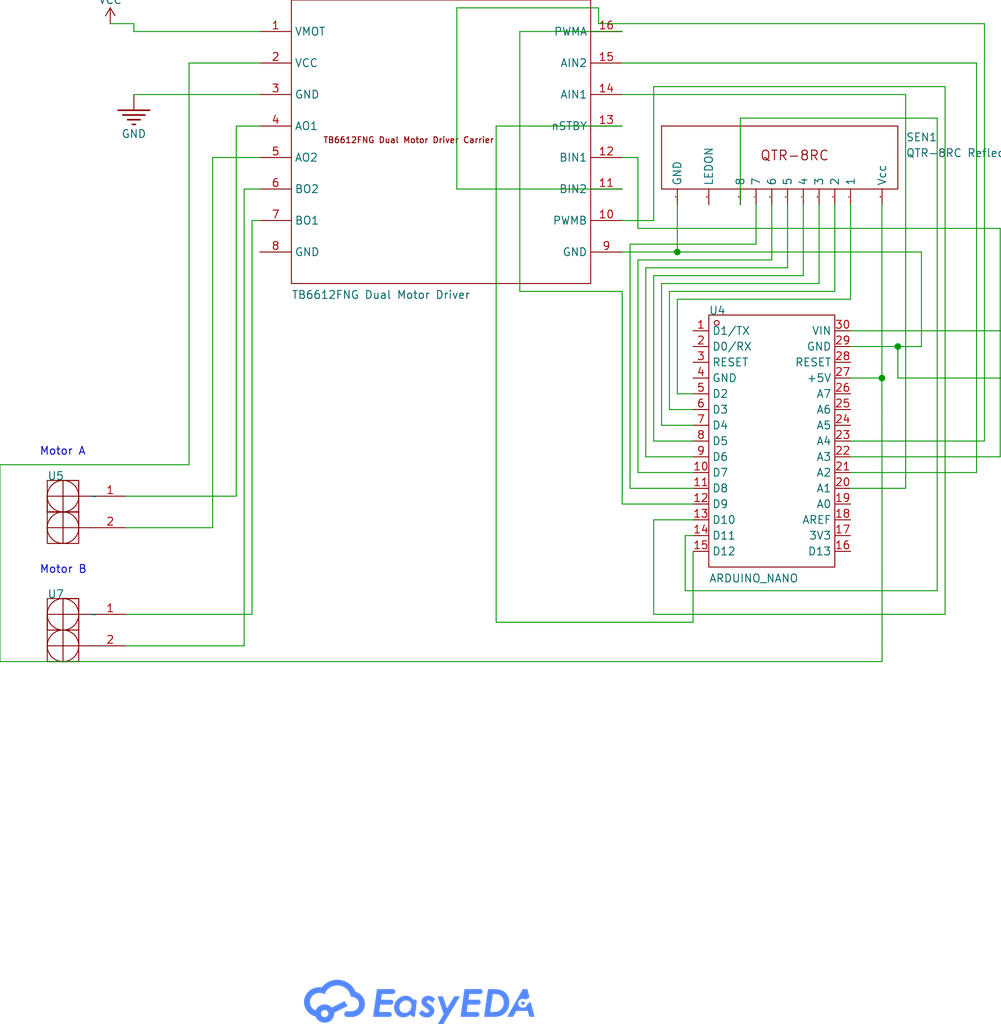
<source format=kicad_sch>
(kicad_sch
	(version 20231120)
	(generator "eeschema")
	(generator_version "8.0")
	(uuid "f1746bb9-949d-492b-ba17-48b5d3485f94")
	(paper "User" 161.442 165.176)
	(lib_symbols
		(symbol "ProDoc_Sch-easyedapro:2PIN SCREW TERMINAL"
			(exclude_from_sim no)
			(in_bom yes)
			(on_board yes)
			(property "Reference" ""
				(at 0 0 0)
				(effects
					(font
						(size 1.27 1.27)
					)
				)
			)
			(property "Value" ""
				(at 0 0 0)
				(effects
					(font
						(size 1.27 1.27)
					)
				)
			)
			(property "Footprint" "ProDoc_Sch-easyedapro:2PIN SCREW TERMINAL"
				(at 0 0 0)
				(effects
					(font
						(size 1.27 1.27)
					)
					(hide yes)
				)
			)
			(property "Datasheet" ""
				(at 0 0 0)
				(effects
					(font
						(size 1.27 1.27)
					)
					(hide yes)
				)
			)
			(property "Description" ""
				(at 0 0 0)
				(effects
					(font
						(size 1.27 1.27)
					)
					(hide yes)
				)
			)
			(symbol "2PIN SCREW TERMINAL_1_0"
				(rectangle
					(start -7.62 -2.54)
					(end -2.54 -7.62)
					(stroke
						(width 0)
						(type default)
					)
					(fill
						(type none)
					)
				)
				(rectangle
					(start -7.62 2.54)
					(end -2.54 -2.54)
					(stroke
						(width 0)
						(type default)
					)
					(fill
						(type none)
					)
				)
				(circle
					(center -5.08 -5.08)
					(radius 2.54)
					(stroke
						(width 0)
						(type default)
					)
					(fill
						(type none)
					)
				)
				(circle
					(center -5.08 0)
					(radius 2.54)
					(stroke
						(width 0)
						(type default)
					)
					(fill
						(type none)
					)
				)
				(polyline
					(pts
						(xy -2.54 -5.08) (xy 0 -5.08)
					)
					(stroke
						(width 0)
						(type default)
					)
					(fill
						(type none)
					)
				)
				(polyline
					(pts
						(xy -2.54 0) (xy 0 0)
					)
					(stroke
						(width 0)
						(type default)
					)
					(fill
						(type none)
					)
				)
				(polyline
					(pts
						(xy -7.62 -5.08) (xy -2.54 -5.08) (xy -2.54 -2.54) (xy -5.08 -2.54) (xy -5.08 -7.62) (xy -5.08 -2.54)
						(xy -2.54 -2.54) (xy -2.54 2.54) (xy -5.08 2.54) (xy -5.08 -2.54) (xy -7.62 -2.54) (xy -7.62 0)
						(xy -2.54 0)
					)
					(stroke
						(width 0)
						(type default)
					)
					(fill
						(type none)
					)
				)
				(pin input line
					(at 5.08 0 180)
					(length 5.08)
					(name "1"
						(effects
							(font
								(size 0.0254 0.0254)
							)
						)
					)
					(number "1"
						(effects
							(font
								(size 1.27 1.27)
							)
						)
					)
				)
				(pin input line
					(at 5.08 -5.08 180)
					(length 5.08)
					(name "2"
						(effects
							(font
								(size 0.0254 0.0254)
							)
						)
					)
					(number "2"
						(effects
							(font
								(size 1.27 1.27)
							)
						)
					)
				)
			)
		)
		(symbol "ProDoc_Sch-easyedapro:ARDUINO_NANO"
			(exclude_from_sim no)
			(in_bom yes)
			(on_board yes)
			(property "Reference" "U"
				(at 0 0 0)
				(effects
					(font
						(size 1.27 1.27)
					)
				)
			)
			(property "Value" ""
				(at 0 0 0)
				(effects
					(font
						(size 1.27 1.27)
					)
				)
			)
			(property "Footprint" "ProDoc_Sch-easyedapro:COMM-TH_ARDUINO_NANO"
				(at 0 0 0)
				(effects
					(font
						(size 1.27 1.27)
					)
					(hide yes)
				)
			)
			(property "Datasheet" ""
				(at 0 0 0)
				(effects
					(font
						(size 1.27 1.27)
					)
					(hide yes)
				)
			)
			(property "Description" ""
				(at 0 0 0)
				(effects
					(font
						(size 1.27 1.27)
					)
					(hide yes)
				)
			)
			(property "Manufacturer Part" "ARDUINO_NANO"
				(at 0 0 0)
				(effects
					(font
						(size 1.27 1.27)
					)
					(hide yes)
				)
			)
			(property "Supplier Part" "C9900017879"
				(at 0 0 0)
				(effects
					(font
						(size 1.27 1.27)
					)
					(hide yes)
				)
			)
			(property "Supplier" "LCSC"
				(at 0 0 0)
				(effects
					(font
						(size 1.27 1.27)
					)
					(hide yes)
				)
			)
			(property "LCSC Part Name" "ARDUINO_NANO"
				(at 0 0 0)
				(effects
					(font
						(size 1.27 1.27)
					)
					(hide yes)
				)
			)
			(symbol "ARDUINO_NANO_1_0"
				(rectangle
					(start -10.16 -20.32)
					(end 10.16 20.32)
					(stroke
						(width 0)
						(type default)
					)
					(fill
						(type none)
					)
				)
				(circle
					(center -8.89 19.05)
					(radius 0.381)
					(stroke
						(width 0)
						(type default)
					)
					(fill
						(type none)
					)
				)
				(pin unspecified line
					(at -12.7 17.78 0)
					(length 2.54)
					(name "D1/TX"
						(effects
							(font
								(size 1.27 1.27)
							)
						)
					)
					(number "1"
						(effects
							(font
								(size 1.27 1.27)
							)
						)
					)
				)
				(pin unspecified line
					(at -12.7 -5.08 0)
					(length 2.54)
					(name "D7"
						(effects
							(font
								(size 1.27 1.27)
							)
						)
					)
					(number "10"
						(effects
							(font
								(size 1.27 1.27)
							)
						)
					)
				)
				(pin unspecified line
					(at -12.7 -7.62 0)
					(length 2.54)
					(name "D8"
						(effects
							(font
								(size 1.27 1.27)
							)
						)
					)
					(number "11"
						(effects
							(font
								(size 1.27 1.27)
							)
						)
					)
				)
				(pin unspecified line
					(at -12.7 -10.16 0)
					(length 2.54)
					(name "D9"
						(effects
							(font
								(size 1.27 1.27)
							)
						)
					)
					(number "12"
						(effects
							(font
								(size 1.27 1.27)
							)
						)
					)
				)
				(pin unspecified line
					(at -12.7 -12.7 0)
					(length 2.54)
					(name "D10"
						(effects
							(font
								(size 1.27 1.27)
							)
						)
					)
					(number "13"
						(effects
							(font
								(size 1.27 1.27)
							)
						)
					)
				)
				(pin unspecified line
					(at -12.7 -15.24 0)
					(length 2.54)
					(name "D11"
						(effects
							(font
								(size 1.27 1.27)
							)
						)
					)
					(number "14"
						(effects
							(font
								(size 1.27 1.27)
							)
						)
					)
				)
				(pin unspecified line
					(at -12.7 -17.78 0)
					(length 2.54)
					(name "D12"
						(effects
							(font
								(size 1.27 1.27)
							)
						)
					)
					(number "15"
						(effects
							(font
								(size 1.27 1.27)
							)
						)
					)
				)
				(pin unspecified line
					(at 12.7 -17.78 180)
					(length 2.54)
					(name "D13"
						(effects
							(font
								(size 1.27 1.27)
							)
						)
					)
					(number "16"
						(effects
							(font
								(size 1.27 1.27)
							)
						)
					)
				)
				(pin unspecified line
					(at 12.7 -15.24 180)
					(length 2.54)
					(name "3V3"
						(effects
							(font
								(size 1.27 1.27)
							)
						)
					)
					(number "17"
						(effects
							(font
								(size 1.27 1.27)
							)
						)
					)
				)
				(pin unspecified line
					(at 12.7 -12.7 180)
					(length 2.54)
					(name "AREF"
						(effects
							(font
								(size 1.27 1.27)
							)
						)
					)
					(number "18"
						(effects
							(font
								(size 1.27 1.27)
							)
						)
					)
				)
				(pin unspecified line
					(at 12.7 -10.16 180)
					(length 2.54)
					(name "A0"
						(effects
							(font
								(size 1.27 1.27)
							)
						)
					)
					(number "19"
						(effects
							(font
								(size 1.27 1.27)
							)
						)
					)
				)
				(pin unspecified line
					(at -12.7 15.24 0)
					(length 2.54)
					(name "D0/RX"
						(effects
							(font
								(size 1.27 1.27)
							)
						)
					)
					(number "2"
						(effects
							(font
								(size 1.27 1.27)
							)
						)
					)
				)
				(pin unspecified line
					(at 12.7 -7.62 180)
					(length 2.54)
					(name "A1"
						(effects
							(font
								(size 1.27 1.27)
							)
						)
					)
					(number "20"
						(effects
							(font
								(size 1.27 1.27)
							)
						)
					)
				)
				(pin unspecified line
					(at 12.7 -5.08 180)
					(length 2.54)
					(name "A2"
						(effects
							(font
								(size 1.27 1.27)
							)
						)
					)
					(number "21"
						(effects
							(font
								(size 1.27 1.27)
							)
						)
					)
				)
				(pin unspecified line
					(at 12.7 -2.54 180)
					(length 2.54)
					(name "A3"
						(effects
							(font
								(size 1.27 1.27)
							)
						)
					)
					(number "22"
						(effects
							(font
								(size 1.27 1.27)
							)
						)
					)
				)
				(pin unspecified line
					(at 12.7 0 180)
					(length 2.54)
					(name "A4"
						(effects
							(font
								(size 1.27 1.27)
							)
						)
					)
					(number "23"
						(effects
							(font
								(size 1.27 1.27)
							)
						)
					)
				)
				(pin unspecified line
					(at 12.7 2.54 180)
					(length 2.54)
					(name "A5"
						(effects
							(font
								(size 1.27 1.27)
							)
						)
					)
					(number "24"
						(effects
							(font
								(size 1.27 1.27)
							)
						)
					)
				)
				(pin unspecified line
					(at 12.7 5.08 180)
					(length 2.54)
					(name "A6"
						(effects
							(font
								(size 1.27 1.27)
							)
						)
					)
					(number "25"
						(effects
							(font
								(size 1.27 1.27)
							)
						)
					)
				)
				(pin unspecified line
					(at 12.7 7.62 180)
					(length 2.54)
					(name "A7"
						(effects
							(font
								(size 1.27 1.27)
							)
						)
					)
					(number "26"
						(effects
							(font
								(size 1.27 1.27)
							)
						)
					)
				)
				(pin unspecified line
					(at 12.7 10.16 180)
					(length 2.54)
					(name "+5V"
						(effects
							(font
								(size 1.27 1.27)
							)
						)
					)
					(number "27"
						(effects
							(font
								(size 1.27 1.27)
							)
						)
					)
				)
				(pin unspecified line
					(at 12.7 12.7 180)
					(length 2.54)
					(name "RESET"
						(effects
							(font
								(size 1.27 1.27)
							)
						)
					)
					(number "28"
						(effects
							(font
								(size 1.27 1.27)
							)
						)
					)
				)
				(pin unspecified line
					(at 12.7 15.24 180)
					(length 2.54)
					(name "GND"
						(effects
							(font
								(size 1.27 1.27)
							)
						)
					)
					(number "29"
						(effects
							(font
								(size 1.27 1.27)
							)
						)
					)
				)
				(pin unspecified line
					(at -12.7 12.7 0)
					(length 2.54)
					(name "RESET"
						(effects
							(font
								(size 1.27 1.27)
							)
						)
					)
					(number "3"
						(effects
							(font
								(size 1.27 1.27)
							)
						)
					)
				)
				(pin unspecified line
					(at 12.7 17.78 180)
					(length 2.54)
					(name "VIN"
						(effects
							(font
								(size 1.27 1.27)
							)
						)
					)
					(number "30"
						(effects
							(font
								(size 1.27 1.27)
							)
						)
					)
				)
				(pin unspecified line
					(at -12.7 10.16 0)
					(length 2.54)
					(name "GND"
						(effects
							(font
								(size 1.27 1.27)
							)
						)
					)
					(number "4"
						(effects
							(font
								(size 1.27 1.27)
							)
						)
					)
				)
				(pin unspecified line
					(at -12.7 7.62 0)
					(length 2.54)
					(name "D2"
						(effects
							(font
								(size 1.27 1.27)
							)
						)
					)
					(number "5"
						(effects
							(font
								(size 1.27 1.27)
							)
						)
					)
				)
				(pin unspecified line
					(at -12.7 5.08 0)
					(length 2.54)
					(name "D3"
						(effects
							(font
								(size 1.27 1.27)
							)
						)
					)
					(number "6"
						(effects
							(font
								(size 1.27 1.27)
							)
						)
					)
				)
				(pin unspecified line
					(at -12.7 2.54 0)
					(length 2.54)
					(name "D4"
						(effects
							(font
								(size 1.27 1.27)
							)
						)
					)
					(number "7"
						(effects
							(font
								(size 1.27 1.27)
							)
						)
					)
				)
				(pin unspecified line
					(at -12.7 0 0)
					(length 2.54)
					(name "D5"
						(effects
							(font
								(size 1.27 1.27)
							)
						)
					)
					(number "8"
						(effects
							(font
								(size 1.27 1.27)
							)
						)
					)
				)
				(pin unspecified line
					(at -12.7 -2.54 0)
					(length 2.54)
					(name "D6"
						(effects
							(font
								(size 1.27 1.27)
							)
						)
					)
					(number "9"
						(effects
							(font
								(size 1.27 1.27)
							)
						)
					)
				)
			)
		)
		(symbol "ProDoc_Sch-easyedapro:Drawing-Symbol_A4"
			(exclude_from_sim no)
			(in_bom yes)
			(on_board yes)
			(property "Reference" ""
				(at 0 0 0)
				(effects
					(font
						(size 1.27 1.27)
					)
				)
			)
			(property "Value" ""
				(at 0 0 0)
				(effects
					(font
						(size 1.27 1.27)
					)
				)
			)
			(property "Footprint" "ProDoc_Sch-easyedapro:"
				(at 0 0 0)
				(effects
					(font
						(size 1.27 1.27)
					)
					(hide yes)
				)
			)
			(property "Datasheet" ""
				(at 0 0 0)
				(effects
					(font
						(size 1.27 1.27)
					)
					(hide yes)
				)
			)
			(property "Description" ""
				(at 0 0 0)
				(effects
					(font
						(size 1.27 1.27)
					)
					(hide yes)
				)
			)
			(symbol "Drawing-Symbol_A4_0_0"
				(polyline
					(pts
						(xy 147.0103 6.2875) (xy 148.1917 8.2533) (xy 149.1056 8.2533) (xy 146.3917 3.726) (xy 145.4963 3.726)
						(xy 146.4777 5.3905) (xy 145.5056 8.2533) (xy 146.3382 8.2533) (xy 147.0103 6.2875)
					)
					(stroke
						(width -0.0001)
						(type solid)
					)
					(fill
						(type color)
						(color 85 136 255 1)
					)
				)
				(polyline
					(pts
						(xy 160.3173 8.0681) (xy 159.6731 7.7267) (xy 159.6501 7.7414) (xy 159.6265 7.7554) (xy 159.6023 7.7685)
						(xy 159.5775 7.7808) (xy 159.5521 7.7923) (xy 159.5262 7.803) (xy 159.4998 7.8127) (xy 159.4728 7.8216)
						(xy 159.4455 7.8295) (xy 159.4177 7.8364) (xy 159.3894 7.8423) (xy 159.3608 7.8472) (xy 159.3318 7.8511)
						(xy 159.3025 7.8539) (xy 159.2729 7.8556) (xy 159.2429 7.8561) (xy 159.2041 7.8552) (xy 159.1658 7.8524)
						(xy 159.1281 7.8478) (xy 159.091 7.8415) (xy 159.0545 7.8334) (xy 159.0188 7.8237) (xy 158.9838 7.8123)
						(xy 158.9496 7.7994) (xy 158.9162 7.7849) (xy 158.8837 7.7689) (xy 158.8521 7.7515) (xy 158.8216 7.7327)
						(xy 158.792 7.7126) (xy 158.7636 7.6911) (xy 158.7362 7.6684) (xy 158.7101 7.6445) (xy 158.6851 7.6193)
						(xy 158.6614 7.5931) (xy 158.6391 7.5658) (xy 158.6181 7.5375) (xy 158.5985 7.5081) (xy 158.5803 7.4779)
						(xy 158.5637 7.4467) (xy 158.5486 7.4147) (xy 158.5351 7.3818) (xy 158.5233 7.3482) (xy 158.5131 7.3139)
						(xy 158.5047 7.2789) (xy 158.4981 7.2433) (xy 158.4933 7.2071) (xy 158.4904 7.1704) (xy 158.4894 7.1332)
						(xy 158.4904 7.096) (xy 158.4933 7.0593) (xy 158.4981 7.0231) (xy 158.5047 6.9875) (xy 158.5131 6.9525)
						(xy 158.5233 6.9182) (xy 158.5351 6.8846) (xy 158.5486 6.8517) (xy 158.5637 6.8197) (xy 158.5803 6.7885)
						(xy 158.5985 6.7583) (xy 158.6181 6.7289) (xy 158.6391 6.7006) (xy 158.6614 6.6733) (xy 158.6851 6.647)
						(xy 158.7101 6.6219) (xy 158.7362 6.598) (xy 158.7636 6.5753) (xy 158.792 6.5538) (xy 158.8216 6.5337)
						(xy 158.8521 6.5149) (xy 158.8837 6.4975) (xy 158.9162 6.4815) (xy 158.9496 6.467) (xy 158.9838 6.4541)
						(xy 159.0188 6.4427) (xy 159.0545 6.433) (xy 159.091 6.4249) (xy 159.1281 6.4186) (xy 159.1658 6.414)
						(xy 159.2041 6.4112) (xy 159.2429 6.4102) (xy 159.2789 6.4111) (xy 159.3145 6.4135) (xy 159.3496 6.4174)
						(xy 159.3842 6.4229) (xy 159.4183 6.4299) (xy 159.4518 6.4384) (xy 159.4847 6.4482) (xy 159.5169 6.4595)
						(xy 159.5484 6.4721) (xy 159.5792 6.486) (xy 159.6092 6.5011) (xy 159.6385 6.5176) (xy 159.6668 6.5352)
						(xy 159.6943 6.554) (xy 159.7208 6.5739) (xy 159.7464 6.5949) (xy 159.771 6.617) (xy 159.7945 6.6401)
						(xy 159.8169 6.6641) (xy 159.8382 6.6892) (xy 159.8583 6.7151) (xy 159.8773 6.7419) (xy 159.895 6.7696)
						(xy 159.9114 6.7981) (xy 159.9265 6.8273) (xy 159.9402 6.8573) (xy 159.9525 6.888) (xy 159.9634 6.9193)
						(xy 159.9728 6.9513) (xy 159.9807 6.9839) (xy 159.987 7.017) (xy 159.9917 7.0506) (xy 160.5104 7.3251)
						(xy 161.129 4.9487) (xy 160.2824 4.9487) (xy 160.0359 5.8993) (xy 158.1894 5.8993) (xy 157.6592 4.9487)
						(xy 156.7196 4.9487) (xy 159.2313 9.4114) (xy 159.9685 9.4114) (xy 160.3173 8.0681)
					)
					(stroke
						(width -0.0001)
						(type solid)
					)
					(fill
						(type color)
						(color 85 136 255 1)
					)
				)
				(polyline
					(pts
						(xy 159.2718 7.4296) (xy 159.2866 7.4285) (xy 159.3011 7.4267) (xy 159.3154 7.4243) (xy 159.3295 7.4212)
						(xy 159.3433 7.4174) (xy 159.3568 7.413) (xy 159.37 7.408) (xy 159.3829 7.4024) (xy 159.3954 7.3963)
						(xy 159.4076 7.3896) (xy 159.4194 7.3823) (xy 159.4308 7.3745) (xy 159.4417 7.3662) (xy 159.4523 7.3575)
						(xy 159.4624 7.3482) (xy 159.472 7.3386) (xy 159.4812 7.3284) (xy 159.4898 7.3179) (xy 159.4979 7.307)
						(xy 159.5055 7.2956) (xy 159.5125 7.284) (xy 159.5189 7.2719) (xy 159.5247 7.2596) (xy 159.5299 7.2469)
						(xy 159.5345 7.234) (xy 159.5384 7.2207) (xy 159.5417 7.2072) (xy 159.5442 7.1935) (xy 159.5461 7.1796)
						(xy 159.5472 7.1654) (xy 159.5476 7.151) (xy 159.5472 7.1367) (xy 159.5461 7.1225) (xy 159.5442 7.1086)
						(xy 159.5417 7.0949) (xy 159.5384 7.0814) (xy 159.5345 7.0681) (xy 159.5299 7.0552) (xy 159.5247 7.0425)
						(xy 159.5189 7.0302) (xy 159.5125 7.0181) (xy 159.5055 7.0065) (xy 159.4979 6.9951) (xy 159.4898 6.9842)
						(xy 159.4812 6.9737) (xy 159.472 6.9635) (xy 159.4624 6.9539) (xy 159.4523 6.9446) (xy 159.4417 6.9358)
						(xy 159.4308 6.9276) (xy 159.4194 6.9198) (xy 159.4076 6.9125) (xy 159.3954 6.9058) (xy 159.3829 6.8996)
						(xy 159.37 6.8941) (xy 159.3568 6.8891) (xy 159.3433 6.8847) (xy 159.3295 6.8809) (xy 159.3154 6.8778)
						(xy 159.3011 6.8753) (xy 159.2866 6.8736) (xy 159.2718 6.8725) (xy 159.2569 6.8721) (xy 159.2419 6.8725)
						(xy 159.2272 6.8736) (xy 159.2126 6.8753) (xy 159.1983 6.8778) (xy 159.1842 6.8809) (xy 159.1704 6.8847)
						(xy 159.1569 6.8891) (xy 159.1437 6.8941) (xy 159.1309 6.8996) (xy 159.1183 6.9058) (xy 159.1062 6.9125)
						(xy 159.0944 6.9198) (xy 159.083 6.9276) (xy 159.072 6.9358) (xy 159.0614 6.9446) (xy 159.0513 6.9539)
						(xy 159.0417 6.9635) (xy 159.0326 6.9737) (xy 159.0239 6.9842) (xy 159.0158 6.9951) (xy 159.0083 7.0065)
						(xy 159.0013 7.0181) (xy 158.9948 7.0302) (xy 158.989 7.0425) (xy 158.9838 7.0552) (xy 158.9792 7.0681)
						(xy 158.9753 7.0814) (xy 158.9721 7.0949) (xy 158.9695 7.1086) (xy 158.9677 7.1225) (xy 158.9665 7.1367)
						(xy 158.9662 7.151) (xy 158.9665 7.1654) (xy 158.9677 7.1796) (xy 158.9695 7.1935) (xy 158.9721 7.2072)
						(xy 158.9753 7.2207) (xy 158.9792 7.234) (xy 158.9838 7.2469) (xy 158.989 7.2596) (xy 158.9948 7.2719)
						(xy 159.0013 7.284) (xy 159.0083 7.2956) (xy 159.0158 7.307) (xy 159.0239 7.3179) (xy 159.0326 7.3284)
						(xy 159.0417 7.3386) (xy 159.0513 7.3482) (xy 159.0614 7.3575) (xy 159.072 7.3662) (xy 159.083 7.3745)
						(xy 159.0944 7.3823) (xy 159.1062 7.3896) (xy 159.1183 7.3963) (xy 159.1309 7.4024) (xy 159.1437 7.408)
						(xy 159.1569 7.413) (xy 159.1704 7.4174) (xy 159.1842 7.4212) (xy 159.1983 7.4243) (xy 159.2126 7.4267)
						(xy 159.2272 7.4285) (xy 159.2419 7.4296) (xy 159.2569 7.43) (xy 159.2718 7.4296)
					)
					(stroke
						(width -0.0001)
						(type solid)
					)
					(fill
						(type color)
						(color 85 136 255 1)
					)
				)
				(polyline
					(pts
						(xy 154.4921 9.4172) (xy 154.6161 9.4144) (xy 154.7359 9.4098) (xy 154.8514 9.4034) (xy 154.9628 9.3951)
						(xy 155.0699 9.385) (xy 155.1729 9.3731) (xy 155.2717 9.3592) (xy 155.3663 9.3436) (xy 155.4567 9.326)
						(xy 155.543 9.3066) (xy 155.6252 9.2854) (xy 155.7032 9.2622) (xy 155.7771 9.2372) (xy 155.8469 9.2103)
						(xy 155.9127 9.1816) (xy 155.9756 9.1512) (xy 156.0369 9.1187) (xy 156.0968 9.0841) (xy 156.1551 9.0473)
						(xy 156.212 9.0084) (xy 156.2673 8.9674) (xy 156.3211 8.9242) (xy 156.3734 8.8789) (xy 156.4242 8.8315)
						(xy 156.4735 8.782) (xy 156.5214 8.7304) (xy 156.5677 8.6767) (xy 156.6126 8.6209) (xy 156.6559 8.5629)
						(xy 156.6978 8.5029) (xy 156.7382 8.4408) (xy 156.7767 8.377) (xy 156.8127 8.3119) (xy 156.8462 8.2456)
						(xy 156.8773 8.1781) (xy 156.9059 8.1093) (xy 156.932 8.0394) (xy 156.9557 7.9682) (xy 156.9769 7.8958)
						(xy 156.9956 7.8221) (xy 157.0118 7.7473) (xy 157.0256 7.6714) (xy 157.0368 7.5942) (xy 157.0456 7.5158)
						(xy 157.0518 7.4363) (xy 157.0556 7.3556) (xy 157.0568 7.2738) (xy 157.0555 7.1893) (xy 157.0516 7.1057)
						(xy 157.0451 7.023) (xy 157.0359 6.9411) (xy 157.0241 6.8602) (xy 157.0096 6.7801) (xy 156.9926 6.7009)
						(xy 156.9728 6.6225) (xy 156.9505 6.545) (xy 156.9255 6.4684) (xy 156.8978 6.3926) (xy 156.8675 6.3177)
						(xy 156.8345 6.2436) (xy 156.7989 6.1704) (xy 156.7606 6.098) (xy 156.7196 6.0265) (xy 156.6766 5.9569)
						(xy 156.6322 5.8898) (xy 156.5864 5.8249) (xy 156.5392 5.7625) (xy 156.4906 5.7024) (xy 156.4406 5.6447)
						(xy 156.3892 5.5894) (xy 156.3365 5.5364) (xy 156.2824 5.4858) (xy 156.2269 5.4376) (xy 156.1701 5.3918)
						(xy 156.112 5.3484) (xy 156.0525 5.3073) (xy 155.9917 5.2687) (xy 155.9296 5.2325) (xy 155.8661 5.1986)
						(xy 155.8005 5.167) (xy 155.7316 5.1374) (xy 155.6596 5.1099) (xy 155.5845 5.0844) (xy 155.5062 5.061)
						(xy 155.4248 5.0395) (xy 155.3402 5.0202) (xy 155.2525 5.0028) (xy 155.1616 4.9875) (xy 155.0676 4.9743)
						(xy 154.9705 4.9631) (xy 154.8703 4.9539) (xy 154.767 4.9467) (xy 154.6605 4.9416) (xy 154.5509 4.9386)
						(xy 154.4382 4.9376) (xy 152.9871 4.9376) (xy 153.0984 5.7208) (xy 153.9824 5.7208) (xy 154.2708 5.7208)
						(xy 154.4316 5.7224) (xy 154.5808 5.7275) (xy 154.6512 5.7312) (xy 154.7186 5.7358) (xy 154.7832 5.7413)
						(xy 154.8449 5.7475) (xy 154.9038 5.7547) (xy 154.9598 5.7626) (xy 155.0129 5.7714) (xy 155.0632 5.781)
						(xy 155.1106 5.7915) (xy 155.1552 5.8028) (xy 155.197 5.8149) (xy 155.2359 5.8279) (xy 155.2876 5.8476)
						(xy 155.3379 5.869) (xy 155.387 5.8921) (xy 155.4348 5.9169) (xy 155.4813 5.9435) (xy 155.5264 5.9718)
						(xy 155.5703 6.0018) (xy 155.6129 6.0334) (xy 155.6543 6.0668) (xy 155.6943 6.1019) (xy 155.7331 6.1386)
						(xy 155.7706 6.1771) (xy 155.8069 6.2173) (xy 155.8418 6.2591) (xy 155.8755 6.3026) (xy 155.908 6.3478)
						(xy 155.9388 6.3945) (xy 155.9676 6.4426) (xy 155.9945 6.4921) (xy 156.0193 6.543) (xy 156.0421 6.5953)
						(xy 156.0629 6.649) (xy 156.0818 6.704) (xy 156.0987 6.7603) (xy 156.1136 6.818) (xy 156.1266 6.8769)
						(xy 156.1376 6.9373) (xy 156.1467 6.9989) (xy 156.1539 7.0618) (xy 156.1591 7.126) (xy 156.1624 7.1914)
						(xy 156.1638 7.2582) (xy 156.1631 7.3132) (xy 156.161 7.3671) (xy 156.1574 7.4199) (xy 156.1525 7.4716)
						(xy 156.1462 7.5221) (xy 156.1384 7.5714) (xy 156.1293 7.6197) (xy 156.1188 7.6668) (xy 156.1068 7.7127)
						(xy 156.0935 7.7576) (xy 156.0788 7.8014) (xy 156.0628 7.844) (xy 156.0453 7.8855) (xy 156.0265 7.9259)
						(xy 156.0063 7.9652) (xy 155.9847 8.0034) (xy 155.9615 8.0405) (xy 155.9372 8.0765) (xy 155.9118 8.1115)
						(xy 155.8853 8.1453) (xy 155.8577 8.178) (xy 155.829 8.2097) (xy 155.7991 8.2403) (xy 155.7682 8.2698)
						(xy 155.7361 8.2982) (xy 155.7029 8.3256) (xy 155.6686 8.3519) (xy 155.6332 8.3771) (xy 155.5966 8.4013)
						(xy 155.5589 8.4244) (xy 155.5201 8.4465) (xy 155.4801 8.4675) (xy 155.4387 8.4874) (xy 155.3956 8.5059)
						(xy 155.3508 8.5232) (xy 155.3044 8.5391) (xy 155.2562 8.5538) (xy 155.2064 8.5671) (xy 155.1548 8.5792)
						(xy 155.1016 8.59) (xy 155.0467 8.5995) (xy 154.9901 8.6077) (xy 154.9318 8.6147) (xy 154.8718 8.6203)
						(xy 154.8101 8.6248) (xy 154.7468 8.6279) (xy 154.6817 8.6298) (xy 154.615 8.6304) (xy 154.394 8.6304)
						(xy 153.9824 5.7208) (xy 153.0984 5.7208) (xy 153.6243 9.4181) (xy 154.3638 9.4181) (xy 154.4921 9.4172)
					)
					(stroke
						(width -0.0001)
						(type solid)
					)
					(fill
						(type color)
						(color 85 136 255 1)
					)
				)
				(polyline
					(pts
						(xy 138.271 9.422) (xy 138.292 9.4205) (xy 138.3126 9.418) (xy 138.333 9.4144) (xy 138.353 9.41)
						(xy 138.3726 9.4046) (xy 138.3918 9.3984) (xy 138.4106 9.3912) (xy 138.4289 9.3833) (xy 138.4468 9.3745)
						(xy 138.4641 9.3649) (xy 138.4809 9.3545) (xy 138.4971 9.3434) (xy 138.5128 9.3316) (xy 138.5278 9.3191)
						(xy 138.5422 9.306) (xy 138.5559 9.2921) (xy 138.569 9.2777) (xy 138.5813 9.2627) (xy 138.5928 9.2471)
						(xy 138.6036 9.231) (xy 138.6136 9.2144) (xy 138.6228 9.1973) (xy 138.6311 9.1797) (xy 138.6385 9.1617)
						(xy 138.645 9.1432) (xy 138.6506 9.1244) (xy 138.6553 9.1052) (xy 138.6589 9.0857) (xy 138.6616 9.0659)
						(xy 138.6632 9.0457) (xy 138.6637 9.0254) (xy 138.6632 9.005) (xy 138.6616 8.9849) (xy 138.6589 8.965)
						(xy 138.6553 8.9455) (xy 138.6506 8.9263) (xy 138.645 8.9075) (xy 138.6385 8.8891) (xy 138.6311 8.8711)
						(xy 138.6228 8.8535) (xy 138.6136 8.8364) (xy 138.6036 8.8197) (xy 138.5928 8.8036) (xy 138.5813 8.788)
						(xy 138.569 8.773) (xy 138.5559 8.7586) (xy 138.5422 8.7448) (xy 138.5278 8.7316) (xy 138.5128 8.7191)
						(xy 138.4971 8.7073) (xy 138.4809 8.6962) (xy 138.4641 8.6859) (xy 138.4468 8.6763) (xy 138.4289 8.6675)
						(xy 138.4106 8.6595) (xy 138.3918 8.6524) (xy 138.3726 8.6461) (xy 138.353 8.6407) (xy 138.333 8.6363)
						(xy 138.3126 8.6328) (xy 138.292 8.6302) (xy 138.271 8.6287) (xy 138.2498 8.6282) (xy 136.5032 8.626)
						(xy 136.3684 7.6955) (xy 138.0056 7.6955) (xy 138.0237 7.6922) (xy 138.0416 7.6881) (xy 138.0592 7.6833)
						(xy 138.0764 7.6778) (xy 138.0933 7.6716) (xy 138.1098 7.6647) (xy 138.126 7.6571) (xy 138.1417 7.6489)
						(xy 138.157 7.64) (xy 138.1718 7.6306) (xy 138.1862 7.6205) (xy 138.2001 7.6099) (xy 138.2135 7.5987)
						(xy 138.2263 7.5869) (xy 138.2386 7.5747) (xy 138.2503 7.5619) (xy 138.2615 7.5486) (xy 138.272 7.5349)
						(xy 138.282 7.5207) (xy 138.2912 7.5061) (xy 138.2998 7.491) (xy 138.3078 7.4756) (xy 138.315 7.4597)
						(xy 138.3215 7.4435) (xy 138.3272 7.427) (xy 138.3322 7.4101) (xy 138.3365 7.3929) (xy 138.3399 7.3754)
						(xy 138.3425 7.3576) (xy 138.3442 7.3396) (xy 138.3451 7.3213) (xy 138.3451 7.3028) (xy 138.3446 7.2824)
						(xy 138.343 7.2623) (xy 138.3403 7.2425) (xy 138.3367 7.2229) (xy 138.332 7.2037) (xy 138.3264 7.1849)
						(xy 138.3199 7.1665) (xy 138.3125 7.1485) (xy 138.3042 7.1309) (xy 138.295 7.1138) (xy 138.285 7.0971)
						(xy 138.2742 7.081) (xy 138.2627 7.0654) (xy 138.2504 7.0504) (xy 138.2373 7.036) (xy 138.2236 7.0222)
						(xy 138.2092 7.009) (xy 138.1942 6.9965) (xy 138.1785 6.9847) (xy 138.1623 6.9736) (xy 138.1455 6.9633)
						(xy 138.1282 6.9537) (xy 138.1103 6.9449) (xy 138.092 6.9369) (xy 138.0732 6.9298) (xy 138.054 6.9235)
						(xy 138.0344 6.9181) (xy 138.0144 6.9137) (xy 137.994 6.9102) (xy 137.9734 6.9077) (xy 137.9524 6.9061)
						(xy 137.9312 6.9056) (xy 136.2497 6.9078) (xy 136.0777 5.7185) (xy 137.7102 5.7208) (xy 137.7312 5.7203)
						(xy 137.752 5.7187) (xy 137.7724 5.7162) (xy 137.7926 5.7128) (xy 137.8124 5.7084) (xy 137.8318 5.7031)
						(xy 137.8508 5.6969) (xy 137.8693 5.6898) (xy 137.8875 5.682) (xy 137.9051 5.6733) (xy 137.9223 5.6638)
						(xy 137.9389 5.6536) (xy 137.9549 5.6426) (xy 137.9704 5.6309) (xy 137.9852 5.6186) (xy 137.9995 5.6056)
						(xy 138.013 5.5919) (xy 138.0259 5.5777) (xy 138.0381 5.5628) (xy 138.0495 5.5474) (xy 138.0602 5.5315)
						(xy 138.07 5.515) (xy 138.0791 5.4981) (xy 138.0873 5.4807) (xy 138.0946 5.4629) (xy 138.1011 5.4447)
						(xy 138.1066 5.426) (xy 138.1112 5.4071) (xy 138.1148 5.3878) (xy 138.1174 5.3681) (xy 138.119 5.3482)
						(xy 138.1195 5.328) (xy 138.119 5.3083) (xy 138.1175 5.2888) (xy 138.1149 5.2695) (xy 138.1114 5.2506)
						(xy 138.1069 5.232) (xy 138.1015 5.2137) (xy 138.0953 5.1958) (xy 138.0881 5.1782) (xy 138.0801 5.1611)
						(xy 138.0713 5.1445) (xy 138.0616 5.1282) (xy 138.0512 5.1125) (xy 138.0401 5.0973) (xy 138.0282 5.0826)
						(xy 138.0156 5.0685) (xy 138.0024 5.055) (xy 137.9885 5.0421) (xy 137.974 5.0298) (xy 137.9589 5.0181)
						(xy 137.9432 5.0072) (xy 137.9269 4.9969) (xy 137.9102 4.9874) (xy 137.8929 4.9786) (xy 137.8752 4.9707)
						(xy 137.8571 4.9635) (xy 137.8385 4.9571) (xy 137.8195 4.9516) (xy 137.8001 4.9469) (xy 137.7804 4.9432)
						(xy 137.7604 4.9404) (xy 137.7401 4.9385) (xy 137.7195 4.9376) (xy 135.0869 4.9376) (xy 135.7288 9.4225)
						(xy 138.2498 9.4225) (xy 138.271 9.422)
					)
					(stroke
						(width -0.0001)
						(type solid)
					)
					(fill
						(type color)
						(color 85 136 255 1)
					)
				)
				(polyline
					(pts
						(xy 152.3736 9.4198) (xy 152.3948 9.4183) (xy 152.4156 9.4157) (xy 152.4361 9.4122) (xy 152.4562 9.4078)
						(xy 152.4759 9.4024) (xy 152.4952 9.3962) (xy 152.5141 9.389) (xy 152.5324 9.3811) (xy 152.5503 9.3723)
						(xy 152.5677 9.3627) (xy 152.5846 9.3524) (xy 152.6008 9.3414) (xy 152.6165 9.3296) (xy 152.6316 9.3171)
						(xy 152.6461 9.304) (xy 152.6598 9.2903) (xy 152.6729 9.2759) (xy 152.6853 9.2609) (xy 152.697 9.2454)
						(xy 152.7079 9.2294) (xy 152.718 9.2129) (xy 152.7273 9.1959) (xy 152.7358 9.1784) (xy 152.7434 9.1605)
						(xy 152.7501 9.1422) (xy 152.756 9.1235) (xy 152.7609 9.1045) (xy 152.7649 9.0851) (xy 152.7678 9.0655)
						(xy 152.7698 9.0455) (xy 152.7708 9.0254) (xy 152.7702 9.005) (xy 152.7686 8.9849) (xy 152.766 8.965)
						(xy 152.7623 8.9455) (xy 152.7577 8.9263) (xy 152.7521 8.9075) (xy 152.7456 8.8891) (xy 152.7381 8.8711)
						(xy 152.7298 8.8535) (xy 152.7207 8.8364) (xy 152.7107 8.8197) (xy 152.6999 8.8036) (xy 152.6883 8.788)
						(xy 152.676 8.773) (xy 152.663 8.7586) (xy 152.6493 8.7448) (xy 152.6349 8.7316) (xy 152.6198 8.7191)
						(xy 152.6042 8.7073) (xy 152.588 8.6962) (xy 152.5712 8.6859) (xy 152.5538 8.6763) (xy 152.536 8.6675)
						(xy 152.5177 8.6595) (xy 152.4989 8.6524) (xy 152.4797 8.6461) (xy 152.46 8.6407) (xy 152.44 8.6363)
						(xy 152.4197 8.6328) (xy 152.399 8.6302) (xy 152.3781 8.6287) (xy 152.3568 8.6282) (xy 150.6103 8.626)
						(xy 150.4754 7.6955) (xy 152.1126 7.6955) (xy 152.1308 7.6922) (xy 152.1487 7.6881) (xy 152.1663 7.6833)
						(xy 152.1835 7.6778) (xy 152.2004 7.6716) (xy 152.2169 7.6647) (xy 152.2331 7.6571) (xy 152.2488 7.6489)
						(xy 152.2641 7.6401) (xy 152.279 7.6306) (xy 152.2934 7.6206) (xy 152.3074 7.61) (xy 152.3208 7.5988)
						(xy 152.3338 7.5871) (xy 152.3461 7.5749) (xy 152.358 7.5622) (xy 152.3692 7.549) (xy 152.3799 7.5353)
						(xy 152.39 7.5212) (xy 152.3994 7.5066) (xy 152.4082 7.4917) (xy 152.4163 7.4763) (xy 152.4238 7.4606)
						(xy 152.4305 7.4445) (xy 152.4365 7.428) (xy 152.4418 7.4113) (xy 152.4463 7.3942) (xy 152.45 7.3769)
						(xy 152.453 7.3593) (xy 152.4551 7.3414) (xy 152.4564 7.3233) (xy 152.4568 7.305) (xy 152.4563 7.2846)
						(xy 152.4547 7.2645) (xy 152.452 7.2447) (xy 152.4484 7.2252) (xy 152.4437 7.206) (xy 152.4381 7.1872)
						(xy 152.4316 7.1687) (xy 152.4242 7.1507) (xy 152.4159 7.1331) (xy 152.4067 7.116) (xy 152.3967 7.0994)
						(xy 152.3859 7.0832) (xy 152.3744 7.0677) (xy 152.3621 7.0527) (xy 152.349 7.0382) (xy 152.3353 7.0244)
						(xy 152.3209 7.0113) (xy 152.3059 6.9988) (xy 152.2902 6.9869) (xy 152.274 6.9758) (xy 152.2572 6.9655)
						(xy 152.2399 6.9559) (xy 152.222 6.9471) (xy 152.2037 6.9391) (xy 152.1849 6.932) (xy 152.1657 6.9257)
						(xy 152.1461 6.9204) (xy 152.1261 6.9159) (xy 152.1057 6.9124) (xy 152.0851 6.9099) (xy 152.0641 6.9084)
						(xy 152.0429 6.9078) (xy 150.3591 6.9101) (xy 150.187 5.7208) (xy 151.8196 5.723) (xy 151.8406 5.7225)
						(xy 151.8614 5.721) (xy 151.8818 5.7185) (xy 151.902 5.715) (xy 151.9217 5.7106) (xy 151.9411 5.7053)
						(xy 151.9601 5.6991) (xy 151.9787 5.6921) (xy 151.9969 5.6842) (xy 152.0145 5.6755) (xy 152.0316 5.666)
						(xy 152.0482 5.6558) (xy 152.0643 5.6448) (xy 152.0798 5.6332) (xy 152.0946 5.6208) (xy 152.1089 5.6078)
						(xy 152.1224 5.5942) (xy 152.1353 5.5799) (xy 152.1475 5.5651) (xy 152.1589 5.5497) (xy 152.1695 5.5337)
						(xy 152.1794 5.5173) (xy 152.1885 5.5003) (xy 152.1967 5.483) (xy 152.204 5.4651) (xy 152.2105 5.4469)
						(xy 152.216 5.4283) (xy 152.2206 5.4093) (xy 152.2242 5.39) (xy 152.2268 5.3704) (xy 152.2284 5.3505)
						(xy 152.2289 5.3303) (xy 152.2284 5.3105) (xy 152.2268 5.291) (xy 152.2243 5.2718) (xy 152.2208 5.2528)
						(xy 152.2163 5.2342) (xy 152.2109 5.2159) (xy 152.2046 5.198) (xy 152.1975 5.1805) (xy 152.1895 5.1634)
						(xy 152.1806 5.1467) (xy 152.171 5.1305) (xy 152.1606 5.1148) (xy 152.1494 5.0995) (xy 152.1376 5.0849)
						(xy 152.125 5.0708) (xy 152.1118 5.0572) (xy 152.0979 5.0443) (xy 152.0834 5.032) (xy 152.0682 5.0204)
						(xy 152.0526 5.0094) (xy 152.0363 4.9992) (xy 152.0196 4.9896) (xy 152.0023 4.9809) (xy 151.9846 4.9729)
						(xy 151.9664 4.9657) (xy 151.9479 4.9593) (xy 151.9289 4.9538) (xy 151.9095 4.9492) (xy 151.8898 4.9454)
						(xy 151.8698 4.9426) (xy 151.8495 4.9407) (xy 151.8289 4.9398) (xy 149.194 4.9398) (xy 149.8312 9.4203)
						(xy 152.3522 9.4203) (xy 152.3736 9.4198)
					)
					(stroke
						(width -0.0001)
						(type solid)
					)
					(fill
						(type color)
						(color 85 136 255 1)
					)
				)
				(polyline
					(pts
						(xy 140.3953 8.3353) (xy 140.4377 8.3337) (xy 140.4812 8.3309) (xy 140.5256 8.3271) (xy 140.5707 8.3222)
						(xy 140.6162 8.3161) (xy 140.6618 8.309) (xy 140.7073 8.3007) (xy 140.7524 8.2914) (xy 140.7969 8.281)
						(xy 140.8405 8.2694) (xy 140.8829 8.2568) (xy 140.9239 8.2431) (xy 140.9632 8.2283) (xy 141.0006 8.2123)
						(xy 141.0358 8.1953) (xy 141.069 8.1772) (xy 141.1016 8.1582) (xy 141.1334 8.1381) (xy 141.1645 8.117)
						(xy 141.1948 8.095) (xy 141.2245 8.0719) (xy 141.2535 8.0478) (xy 141.2818 8.0227) (xy 141.3093 7.9965)
						(xy 141.3361 7.9694) (xy 141.3623 7.9412) (xy 141.3877 7.912) (xy 141.4124 7.8817) (xy 141.4364 7.8504)
						(xy 141.4597 7.8181) (xy 141.4823 7.7847) (xy 141.5126 7.7312) (xy 141.8033 7.7312) (xy 141.8199 7.7306)
						(xy 141.8364 7.7292) (xy 141.8526 7.7271) (xy 141.8686 7.7242) (xy 141.8842 7.7206) (xy 141.8996 7.7163)
						(xy 141.9146 7.7113) (xy 141.9293 7.7056) (xy 141.9436 7.6993) (xy 141.9576 7.6924) (xy 141.9711 7.6848)
						(xy 141.9842 7.6767) (xy 141.9969 7.668) (xy 142.0091 7.6587) (xy 142.0208 7.6489) (xy 142.032 7.6386)
						(xy 142.0427 7.6278) (xy 142.0529 7.6165) (xy 142.0625 7.6048) (xy 142.0715 7.5926) (xy 142.0799 7.58)
						(xy 142.0876 7.5669) (xy 142.0947 7.5535) (xy 142.1012 7.5398) (xy 142.107 7.5257) (xy 142.112 7.5112)
						(xy 142.1164 7.4965) (xy 142.12 7.4815) (xy 142.1228 7.4662) (xy 142.1249 7.4506) (xy 142.1261 7.4348)
						(xy 142.1265 7.4188) (xy 142.1312 7.4188) (xy 141.8358 5.0335) (xy 141.8242 4.9376) (xy 141.7405 4.9376)
						(xy 141.7066 4.9403) (xy 141.6731 4.9442) (xy 141.64 4.9494) (xy 141.6073 4.9557) (xy 141.5751 4.9632)
						(xy 141.5433 4.9719) (xy 141.512 4.9817) (xy 141.4812 4.9925) (xy 141.4509 5.0044) (xy 141.4213 5.0174)
						(xy 141.3922 5.0314) (xy 141.3637 5.0464) (xy 141.3359 5.0624) (xy 141.3088 5.0794) (xy 141.2824 5.0973)
						(xy 141.2568 5.1161) (xy 141.2539 5.1177) (xy 141.2467 5.1231) (xy 141.2216 5.143) (xy 141.1466 5.2045)
						(xy 141.0381 5.2946) (xy 141.0038 5.2642) (xy 140.9698 5.2351) (xy 140.936 5.2071) (xy 140.9025 5.1803)
						(xy 140.8693 5.1547) (xy 140.8364 5.1304) (xy 140.8037 5.1071) (xy 140.7713 5.0851) (xy 140.7392 5.0643)
						(xy 140.7073 5.0446) (xy 140.6757 5.0261) (xy 140.6444 5.0087) (xy 140.6134 4.9925) (xy 140.5826 4.9775)
						(xy 140.5521 4.9637) (xy 140.5219 4.951) (xy 140.4916 4.9388) (xy 140.4608 4.9275) (xy 140.4296 4.917)
						(xy 140.398 4.9074) (xy 140.3659 4.8985) (xy 140.3334 4.8905) (xy 140.3004 4.8832) (xy 140.2669 4.8768)
						(xy 140.233 4.8711) (xy 140.1986 4.8662) (xy 140.1638 4.8621) (xy 140.1284 4.8587) (xy 140.0926 4.8561)
						(xy 140.0563 4.8542) (xy 140.0196 4.8531) (xy 139.9823 4.8528) (xy 139.8975 4.8547) (xy 139.8149 4.8603)
						(xy 139.7344 4.8697) (xy 139.6562 4.8829) (xy 139.5801 4.8999) (xy 139.5063 4.9207) (xy 139.4346 4.9452)
						(xy 139.3652 4.9735) (xy 139.2979 5.0057) (xy 139.2329 5.0416) (xy 139.1701 5.0813) (xy 139.1095 5.1248)
						(xy 139.0511 5.1721) (xy 138.9949 5.2233) (xy 138.941 5.2782) (xy 138.8893 5.337) (xy 138.8403 5.3982)
						(xy 138.7945 5.4607) (xy 138.7518 5.5244) (xy 138.7123 5.5893) (xy 138.6759 5.6554) (xy 138.6427 5.7227)
						(xy 138.6127 5.7913) (xy 138.5858 5.8611) (xy 138.5621 5.9321) (xy 138.5415 6.0043) (xy 138.5242 6.0778)
						(xy 138.5099 6.1525) (xy 138.4989 6.2284) (xy 138.491 6.3056) (xy 138.4862 6.3841) (xy 138.485 6.4437)
						(xy 139.3312 6.4437) (xy 139.3321 6.3958) (xy 139.3349 6.349) (xy 139.3395 6.3033) (xy 139.346 6.2588)
						(xy 139.3544 6.2155) (xy 139.3646 6.1734) (xy 139.3768 6.1324) (xy 139.3908 6.0926) (xy 139.4066 6.0539)
						(xy 139.4244 6.0165) (xy 139.444 5.9802) (xy 139.4656 5.9451) (xy 139.489 5.9112) (xy 139.5143 5.8785)
						(xy 139.5416 5.847) (xy 139.5707 5.8167) (xy 139.6013 5.7876) (xy 139.6329 5.7603) (xy 139.6656 5.735)
						(xy 139.6994 5.7116) (xy 139.7341 5.6901) (xy 139.77 5.6706) (xy 139.8069 5.6529) (xy 139.8448 5.6371)
						(xy 139.8838 5.6232) (xy 139.9239 5.6111) (xy 139.9651 5.601) (xy 140.0073 5.5927) (xy 140.0506 5.5862)
						(xy 140.095 5.5816) (xy 140.1404 5.5789) (xy 140.187 5.578) (xy 140.2259 5.5785) (xy 140.2642 5.5801)
						(xy 140.3018 5.5827) (xy 140.3388 5.5863) (xy 140.3751 5.591) (xy 140.4108 5.5968) (xy 140.4459 5.6036)
						(xy 140.4803 5.6114) (xy 140.5141 5.6203) (xy 140.5473 5.6303) (xy 140.5799 5.6412) (xy 140.6118 5.6533)
						(xy 140.6431 5.6663) (xy 140.6739 5.6805) (xy 140.704 5.6956) (xy 140.7335 5.7118) (xy 140.7624 5.7292)
						(xy 140.7907 5.7477) (xy 140.8184 5.7674) (xy 140.8456 5.7884) (xy 140.8721 5.8105) (xy 140.898 5.8338)
						(xy 140.9233 5.8583) (xy 140.948 5.8839) (xy 140.9721 5.9108) (xy 140.9957 5.9388) (xy 141.0186 5.968)
						(xy 141.0409 5.9983) (xy 141.0626 6.0298) (xy 141.0837 6.0625) (xy 141.1043 6.0963) (xy 141.1242 6.1313)
						(xy 141.1432 6.167) (xy 141.161 6.2028) (xy 141.1776 6.2387) (xy 141.1931 6.2748) (xy 141.2072 6.311)
						(xy 141.2202 6.3473) (xy 141.232 6.3837) (xy 141.2425 6.4203) (xy 141.2518 6.4569) (xy 141.2599 6.4937)
						(xy 141.2667 6.5306) (xy 141.2723 6.5675) (xy 141.2767 6.6045) (xy 141.2798 6.6416) (xy 141.2817 6.6787)
						(xy 141.2823 6.7159) (xy 141.2814 6.7647) (xy 141.2786 6.8122) (xy 141.274 6.8584) (xy 141.2675 6.9034)
						(xy 141.2592 6.9472) (xy 141.249 6.9898) (xy 141.2369 7.0311) (xy 141.223 7.0713) (xy 141.2073 7.1102)
						(xy 141.1897 7.148) (xy 141.1702 7.1845) (xy 141.1489 7.2199) (xy 141.1257 7.2541) (xy 141.1007 7.2871)
						(xy 141.0738 7.3189) (xy 141.0451 7.3496) (xy 141.0149 7.3784) (xy 140.9834 7.4054) (xy 140.9508 7.4305)
						(xy 140.9169 7.4538) (xy 140.8819 7.4752) (xy 140.8456 7.4948) (xy 140.8082 7.5125) (xy 140.7695 7.5284)
						(xy 140.7297 7.5425) (xy 140.6887 7.5546) (xy 140.6464 7.5649) (xy 140.603 7.5734) (xy 140.5583 7.5799)
						(xy 140.5125 7.5846) (xy 140.4654 7.5874) (xy 140.4172 7.5884) (xy 140.3611 7.5872) (xy 140.306 7.5835)
						(xy 140.252 7.5773) (xy 140.1992 7.5687) (xy 140.1473 7.5575) (xy 140.0966 7.5439) (xy 140.0469 7.5278)
						(xy 139.9983 7.5092) (xy 139.9508 7.488) (xy 139.9043 7.4644) (xy 139.8589 7.4382) (xy 139.8145 7.4095)
						(xy 139.7712 7.3783) (xy 139.7289 7.3445) (xy 139.6876 7.3082) (xy 139.6474 7.2693) (xy 139.609 7.2284)
						(xy 139.5731 7.1862) (xy 139.5397 7.1424) (xy 139.5087 7.0973) (xy 139.4803 7.0508) (xy 139.4544 7.0028)
						(xy 139.4309 6.9534) (xy 139.4099 6.9025) (xy 139.3914 6.8502) (xy 139.3754 6.7965) (xy 139.3619 6.7414)
						(xy 139.3508 6.6847) (xy 139.3422 6.6267) (xy 139.3361 6.5671) (xy 139.3324 6.5062) (xy 139.3312 6.4437)
						(xy 138.485 6.4437) (xy 138.4846 6.4638) (xy 138.4857 6.5247) (xy 138.4888 6.5853) (xy 138.4939 6.6456)
						(xy 138.5011 6.7055) (xy 138.5104 6.7652) (xy 138.5217 6.8244) (xy 138.535 6.8833) (xy 138.5503 6.9419)
						(xy 138.5677 7) (xy 138.5871 7.0578) (xy 138.6084 7.1153) (xy 138.6318 7.1723) (xy 138.6572 7.229)
						(xy 138.6845 7.2852) (xy 138.7138 7.3411) (xy 138.7451 7.3965) (xy 138.7781 7.4514) (xy 138.8125 7.5046)
						(xy 138.8483 7.5564) (xy 138.8855 7.6066) (xy 138.9241 7.6552) (xy 138.9641 7.7022) (xy 139.0055 7.7478)
						(xy 139.0483 7.7917) (xy 139.0925 7.8341) (xy 139.1381 7.875) (xy 139.185 7.9144) (xy 139.2334 7.9522)
						(xy 139.2831 7.9885) (xy 139.3342 8.0233) (xy 139.3866 8.0565) (xy 139.4405 8.0882) (xy 139.4951 8.1182)
						(xy 139.5501 8.1463) (xy 139.6055 8.1724) (xy 139.6611 8.1966) (xy 139.7171 8.2188) (xy 139.7734 8.2391)
						(xy 139.83 8.2575) (xy 139.887 8.274) (xy 139.9443 8.2885) (xy 140.0019 8.3011) (xy 140.0598 8.3117)
						(xy 140.1181 8.3204) (xy 140.1767 8.3272) (xy 140.2356 8.332) (xy 140.2948 8.3349) (xy 140.3544 8.3359)
						(xy 140.3953 8.3353)
					)
					(stroke
						(width -0.0001)
						(type solid)
					)
					(fill
						(type color)
						(color 85 136 255 1)
					)
				)
				(polyline
					(pts
						(xy 144.0424 8.3376) (xy 144.0813 8.3359) (xy 144.12 8.3332) (xy 144.1585 8.3293) (xy 144.1967 8.3243)
						(xy 144.2347 8.3182) (xy 144.2725 8.311) (xy 144.31 8.3027) (xy 144.3472 8.2932) (xy 144.3843 8.2827)
						(xy 144.421 8.2709) (xy 144.4575 8.2581) (xy 144.4938 8.2441) (xy 144.5298 8.229) (xy 144.5655 8.2127)
						(xy 144.601 8.1953) (xy 144.6359 8.1769) (xy 144.6701 8.1575) (xy 144.7035 8.1371) (xy 144.7362 8.1159)
						(xy 144.7681 8.0937) (xy 144.7993 8.0705) (xy 144.8297 8.0465) (xy 144.8594 8.0215) (xy 144.8883 7.9957)
						(xy 144.9166 7.9689) (xy 144.9441 7.9412) (xy 144.9708 7.9126) (xy 144.9969 7.8831) (xy 145.0222 7.8527)
						(xy 145.0468 7.8214) (xy 145.0707 7.7892) (xy 144.6661 7.1667) (xy 144.6464 7.1942) (xy 144.6266 7.2208)
						(xy 144.6067 7.2465) (xy 144.5867 7.2713) (xy 144.5666 7.2951) (xy 144.5464 7.3179) (xy 144.526 7.3398)
						(xy 144.5056 7.3608) (xy 144.4851 7.3808) (xy 144.4644 7.3999) (xy 144.4436 7.4181) (xy 144.4228 7.4353)
						(xy 144.4018 7.4515) (xy 144.3807 7.4669) (xy 144.3595 7.4812) (xy 144.3382 7.4947) (xy 144.3169 7.5073)
						(xy 144.2958 7.519) (xy 144.2748 7.53) (xy 144.254 7.5402) (xy 144.2334 7.5496) (xy 144.2129 7.5583)
						(xy 144.1926 7.5661) (xy 144.1725 7.573) (xy 144.1525 7.5792) (xy 144.1327 7.5846) (xy 144.113 7.5892)
						(xy 144.0935 7.5929) (xy 144.0742 7.5958) (xy 144.0551 7.5979) (xy 144.0361 7.5991) (xy 144.0172 7.5995)
						(xy 144.0034 7.5993) (xy 143.9898 7.5986) (xy 143.9764 7.5974) (xy 143.9632 7.5958) (xy 143.9503 7.5937)
						(xy 143.9376 7.5911) (xy 143.9251 7.588) (xy 143.9129 7.5845) (xy 143.9009 7.5805) (xy 143.8892 7.576)
						(xy 143.8777 7.5711) (xy 143.8665 7.5657) (xy 143.8555 7.5598) (xy 143.8448 7.5534) (xy 143.8344 7.5466)
						(xy 143.8242 7.5393) (xy 143.8145 7.5317) (xy 143.8054 7.524) (xy 143.7969 7.5162) (xy 143.789 7.5083)
						(xy 143.7817 7.5003) (xy 143.7751 7.4921) (xy 143.7691 7.4838) (xy 143.7637 7.4754) (xy 143.7591 7.4669)
						(xy 143.755 7.4582) (xy 143.7517 7.4494) (xy 143.749 7.4405) (xy 143.747 7.4314) (xy 143.7457 7.4221)
						(xy 143.7451 7.4127) (xy 143.7451 7.4032) (xy 143.7454 7.394) (xy 143.7461 7.3848) (xy 143.7473 7.3756)
						(xy 143.7491 7.3664) (xy 143.7513 7.3572) (xy 143.754 7.348) (xy 143.7572 7.3388) (xy 143.7608 7.3296)
						(xy 143.765 7.3204) (xy 143.7697 7.3111) (xy 143.7748 7.3019) (xy 143.7805 7.2927) (xy 143.7866 7.2835)
						(xy 143.7932 7.2743) (xy 143.8003 7.2651) (xy 143.8079 7.2559) (xy 143.8163 7.2462) (xy 143.8266 7.2354)
						(xy 143.8529 7.2107) (xy 143.8869 7.1818) (xy 143.9286 7.1485) (xy 143.978 7.111) (xy 144.0352 7.0692)
						(xy 144.1002 7.0231) (xy 144.173 6.9725) (xy 144.2328 6.9311) (xy 144.2899 6.8903) (xy 144.3444 6.8503)
						(xy 144.3963 6.8111) (xy 144.4456 6.7726) (xy 144.4922 6.7348) (xy 144.5363 6.6978) (xy 144.5777 6.6616)
						(xy 144.6165 6.6261) (xy 144.6527 6.5913) (xy 144.6863 6.5574) (xy 144.7172 6.5241) (xy 144.7456 6.4917)
						(xy 144.7713 6.4601) (xy 144.7944 6.4292) (xy 144.8149 6.3991) (xy 144.8335 6.3688) (xy 144.8509 6.3383)
						(xy 144.8671 6.3075) (xy 144.8821 6.2764) (xy 144.8959 6.2451) (xy 144.9084 6.2134) (xy 144.9198 6.1814)
						(xy 144.93 6.1492) (xy 144.939 6.1166) (xy 144.9468 6.0837) (xy 144.9534 6.0505) (xy 144.9588 6.0169)
						(xy 144.963 5.983) (xy 144.966 5.9488) (xy 144.9678 5.9142) (xy 144.9684 5.8792) (xy 144.9672 5.8333)
						(xy 144.9635 5.7877) (xy 144.9573 5.7423) (xy 144.9487 5.6973) (xy 144.9377 5.6525) (xy 144.9241 5.608)
						(xy 144.9081 5.5638) (xy 144.8896 5.5199) (xy 144.8687 5.4764) (xy 144.8452 5.4331) (xy 144.8193 5.3902)
						(xy 144.7908 5.3476) (xy 144.7599 5.3054) (xy 144.7265 5.2635) (xy 144.6905 5.222) (xy 144.6521 5.1808)
						(xy 144.6113 5.1411) (xy 144.5684 5.1039) (xy 144.5233 5.0693) (xy 144.4759 5.0373) (xy 144.4264 5.0078)
						(xy 144.3747 4.9809) (xy 144.3207 4.9566) (xy 144.2646 4.9348) (xy 144.2063 4.9156) (xy 144.1457 4.8989)
						(xy 144.083 4.8848) (xy 144.018 4.8733) (xy 143.9508 4.8643) (xy 143.8814 4.8579) (xy 143.8097 4.8541)
						(xy 143.7358 4.8528) (xy 143.6929 4.8533) (xy 143.6504 4.8549) (xy 143.6083 4.8575) (xy 143.5667 4.8611)
						(xy 143.5256 4.8659) (xy 143.4849 4.8716) (xy 143.4447 4.8784) (xy 143.405 4.8862) (xy 143.3658 4.8951)
						(xy 143.3271 4.9051) (xy 143.2889 4.9161) (xy 143.2512 4.9281) (xy 143.214 4.9412) (xy 143.1773 4.9553)
						(xy 143.1412 4.9704) (xy 143.1056 4.9867) (xy 143.07 5.0043) (xy 143.0339 5.0237) (xy 142.9972 5.0448)
						(xy 142.96 5.0678) (xy 142.9223 5.0924) (xy 142.884 5.1188) (xy 142.8452 5.147) (xy 142.8059 5.1769)
						(xy 142.7661 5.2085) (xy 142.7257 5.2418) (xy 142.6849 5.2769) (xy 142.6435 5.3136) (xy 142.6016 5.3521)
						(xy 142.5593 5.3922) (xy 142.473 5.4775) (xy 142.9963 6.0622) (xy 143.041 6.0075) (xy 143.0863 5.9563)
						(xy 143.1322 5.9087) (xy 143.1785 5.8647) (xy 143.2254 5.8241) (xy 143.2728 5.7872) (xy 143.3208 5.7537)
						(xy 143.3693 5.7238) (xy 143.4183 5.6975) (xy 143.4678 5.6746) (xy 143.5178 5.6553) (xy 143.5683 5.6395)
						(xy 143.6193 5.6272) (xy 143.6708 5.6184) (xy 143.7229 5.6132) (xy 143.7754 5.6114) (xy 143.796 5.6117)
						(xy 143.8161 5.6127) (xy 143.8357 5.6142) (xy 143.8548 5.6164) (xy 143.8733 5.6192) (xy 143.8913 5.6226)
						(xy 143.9087 5.6266) (xy 143.9257 5.6312) (xy 143.9421 5.6364) (xy 143.958 5.6423) (xy 143.9734 5.6487)
						(xy 143.9883 5.6557) (xy 144.0027 5.6633) (xy 144.0165 5.6714) (xy 144.0299 5.6802) (xy 144.0428 5.6895)
						(xy 144.0551 5.6996) (xy 144.0665 5.7099) (xy 144.0771 5.7204) (xy 144.0869 5.731) (xy 144.0959 5.7418)
						(xy 144.1041 5.7528) (xy 144.1115 5.764) (xy 144.1181 5.7754) (xy 144.1239 5.787) (xy 144.129 5.7989)
						(xy 144.1332 5.8109) (xy 144.1367 5.8232) (xy 144.1394 5.8357) (xy 144.1413 5.8485) (xy 144.1424 5.8615)
						(xy 144.1428 5.8747) (xy 144.1425 5.8856) (xy 144.1416 5.8965) (xy 144.1401 5.9074) (xy 144.138 5.9183)
						(xy 144.1353 5.9292) (xy 144.132 5.9401) (xy 144.1281 5.9511) (xy 144.1236 5.962) (xy 144.1185 5.973)
						(xy 144.1128 5.984) (xy 144.1065 5.9951) (xy 144.0996 6.0062) (xy 144.0922 6.0173) (xy 144.0841 6.0285)
						(xy 144.0754 6.0397) (xy 144.0661 6.051) (xy 144.0554 6.0628) (xy 144.0427 6.0758) (xy 144.0112 6.105)
						(xy 143.9714 6.1385) (xy 143.9233 6.1765) (xy 143.8671 6.2189) (xy 143.8028 6.2656) (xy 143.7303 6.3168)
						(xy 143.6498 6.3723) (xy 143.6019 6.4055) (xy 143.5558 6.4381) (xy 143.5116 6.4701) (xy 143.4693 6.5016)
						(xy 143.4288 6.5324) (xy 143.3902 6.5627) (xy 143.3535 6.5923) (xy 143.3187 6.6214) (xy 143.2857 6.6498)
						(xy 143.2546 6.6777) (xy 143.2255 6.705) (xy 143.1982 6.7316) (xy 143.1727 6.7576) (xy 143.1492 6.783)
						(xy 143.1276 6.8078) (xy 143.1079 6.832) (xy 143.0826 6.8656) (xy 143.0589 6.8994) (xy 143.0368 6.9335)
						(xy 143.0164 6.9679) (xy 142.9976 7.0025) (xy 142.9804 7.0374) (xy 142.9648 7.0725) (xy 142.9509 7.1078)
						(xy 142.9387 7.1434) (xy 142.9281 7.1792) (xy 142.9191 7.2152) (xy 142.9117 7.2515) (xy 142.906 7.288)
						(xy 142.9019 7.3247) (xy 142.8994 7.3616) (xy 142.8986 7.3987) (xy 142.8999 7.45) (xy 142.9037 7.5002)
						(xy 142.9102 7.5492) (xy 142.9191 7.597) (xy 142.9306 7.6436) (xy 142.9447 7.6891) (xy 142.9614 7.7333)
						(xy 142.9806 7.7764) (xy 143.0024 7.8182) (xy 143.0267 7.8589) (xy 143.0536 7.8983) (xy 143.0831 7.9365)
						(xy 143.1151 7.9735) (xy 143.1497 8.0093) (xy 143.1868 8.0438) (xy 143.2265 8.0771) (xy 143.268 8.1087)
						(xy 143.3105 8.1382) (xy 143.3539 8.1658) (xy 143.3983 8.1913) (xy 143.4436 8.2147) (xy 143.4899 8.2361)
						(xy 143.5371 8.2555) (xy 143.5853 8.2729) (xy 143.6343 8.2881) (xy 143.6843 8.3014) (xy 143.7353 8.3126)
						(xy 143.7871 8.3218) (xy 143.8398 8.3289) (xy 143.8934 8.334) (xy 143.9479 8.3371) (xy 144.0033 8.3381)
						(xy 144.0424 8.3376)
					)
					(stroke
						(width -0.0001)
						(type solid)
					)
					(fill
						(type color)
						(color 85 136 255 1)
					)
				)
				(polyline
					(pts
						(xy 129.4759 10.9188) (xy 129.6198 10.9092) (xy 129.7626 10.8934) (xy 129.9041 10.8714) (xy 130.044 10.8432)
						(xy 130.1822 10.809) (xy 130.3185 10.7689) (xy 130.4526 10.7229) (xy 130.5844 10.671) (xy 130.7136 10.6134)
						(xy 130.8401 10.5502) (xy 130.9637 10.4815) (xy 131.084 10.4072) (xy 131.201 10.3275) (xy 131.3145 10.2425)
						(xy 131.4241 10.1522) (xy 131.4933 10.0906) (xy 131.5603 10.0274) (xy 131.6251 9.9624) (xy 131.6877 9.8958)
						(xy 131.748 9.8276) (xy 131.8061 9.7578) (xy 131.8619 9.6866) (xy 131.9154 9.6139) (xy 131.9666 9.5398)
						(xy 132.0153 9.4643) (xy 132.0617 9.3875) (xy 132.1057 9.3094) (xy 132.1472 9.2301) (xy 132.1862 9.1496)
						(xy 132.2227 9.0679) (xy 132.2567 8.9852) (xy 132.4186 8.9294) (xy 132.5743 8.8618) (xy 132.7233 8.7831)
						(xy 132.8648 8.6938) (xy 132.9984 8.5946) (xy 133.1235 8.4859) (xy 133.2394 8.3683) (xy 133.3457 8.2424)
						(xy 133.4416 8.1089) (xy 133.5266 7.9682) (xy 133.6002 7.8209) (xy 133.6616 7.6676) (xy 133.7105 7.5089)
						(xy 133.7461 7.3454) (xy 133.7588 7.262) (xy 133.7679 7.1776) (xy 133.7735 7.0922) (xy 133.7753 7.006)
						(xy 133.7729 6.908) (xy 133.7658 6.8107) (xy 133.754 6.7142) (xy 133.7376 6.6187) (xy 133.7166 6.5243)
						(xy 133.6911 6.4312) (xy 133.6611 6.3394) (xy 133.6268 6.249) (xy 133.5881 6.1603) (xy 133.5451 6.0734)
						(xy 133.498 5.9883) (xy 133.4466 5.9053) (xy 133.3912 5.8244) (xy 133.3317 5.7457) (xy 133.2683 5.6695)
						(xy 133.2009 5.5958) (xy 133.1305 5.5256) (xy 133.0571 5.459) (xy 132.9808 5.396) (xy 132.9019 5.3366)
						(xy 132.8204 5.281) (xy 132.7365 5.2292) (xy 132.6503 5.1813) (xy 132.5619 5.1373) (xy 132.4716 5.0972)
						(xy 132.3793 5.0612) (xy 132.2853 5.0293) (xy 132.1897 5.0015) (xy 132.0926 4.9779) (xy 131.9942 4.9587)
						(xy 131.8946 4.9437) (xy 131.7939 4.9331) (xy 131.752 4.9286) (xy 130.8846 4.9286) (xy 130.8846 4.9331)
						(xy 130.8614 4.9355) (xy 130.8386 4.9389) (xy 130.8161 4.9433) (xy 130.7941 4.9487) (xy 130.7724 4.9551)
						(xy 130.7512 4.9623) (xy 130.7305 4.9705) (xy 130.7102 4.9795) (xy 130.6905 4.9894) (xy 130.6713 5.0001)
						(xy 130.6527 5.0117) (xy 130.6347 5.0239) (xy 130.6173 5.037) (xy 130.6006 5.0508) (xy 130.5845 5.0652)
						(xy 130.5692 5.0804) (xy 130.5546 5.0962) (xy 130.5407 5.1126) (xy 130.5276 5.1296) (xy 130.5153 5.1473)
						(xy 130.5039 5.1654) (xy 130.4933 5.1841) (xy 130.4836 5.2033) (xy 130.4748 5.223) (xy 130.467 5.2432)
						(xy 130.4601 5.2638) (xy 130.4542 5.2848) (xy 130.4493 5.3061) (xy 130.4454 5.3279) (xy 130.4427 5.3499)
						(xy 130.441 5.3723) (xy 130.4404 5.395) (xy 130.441 5.4189) (xy 130.4429 5.4425) (xy 130.446 5.4657)
						(xy 130.4502 5.4886) (xy 130.4556 5.5111) (xy 130.4621 5.5331) (xy 130.4697 5.5547) (xy 130.4784 5.5758)
						(xy 130.4881 5.5963) (xy 130.4987 5.6163) (xy 130.5104 5.6358) (xy 130.5229 5.6546) (xy 130.5364 5.6728)
						(xy 130.5508 5.6903) (xy 130.566 5.7072) (xy 130.582 5.7233) (xy 130.5988 5.7386) (xy 130.6163 5.7532)
						(xy 130.6346 5.767) (xy 130.6536 5.7799) (xy 130.6732 5.792) (xy 130.6934 5.8031) (xy 130.7143 5.8134)
						(xy 130.7357 5.8227) (xy 130.7577 5.831) (xy 130.7802 5.8383) (xy 130.8031 5.8445) (xy 130.8266 5.8497)
						(xy 130.8504 5.8538) (xy 130.8746 5.8567) (xy 130.8992 5.8585) (xy 130.9241 5.8591) (xy 130.9363 5.859)
						(xy 130.9485 5.8587) (xy 130.9606 5.858) (xy 130.9727 5.8572) (xy 130.9846 5.8559) (xy 130.9964 5.8544)
						(xy 131.008 5.8525) (xy 131.0195 5.8502) (xy 131.7102 5.8502) (xy 131.7678 5.8563) (xy 131.8245 5.865)
						(xy 131.8804 5.8761) (xy 131.9353 5.8897) (xy 131.9891 5.9056) (xy 132.0418 5.9239) (xy 132.0934 5.9444)
						(xy 132.1438 5.9671) (xy 132.1928 5.9919) (xy 132.2405 6.0188) (xy 132.2868 6.0476) (xy 132.3316 6.0784)
						(xy 132.3748 6.1111) (xy 132.4164 6.1456) (xy 132.4563 6.1818) (xy 132.4945 6.2197) (xy 132.5309 6.2593)
						(xy 132.5653 6.3004) (xy 132.5979 6.343) (xy 132.6284 6.3871) (xy 132.6569 6.4326) (xy 132.6832 6.4793)
						(xy 132.7074 6.5274) (xy 132.7292 6.5766) (xy 132.7488 6.6269) (xy 132.7659 6.6784) (xy 132.7806 6.7308)
						(xy 132.7927 6.7842) (xy 132.8023 6.8385) (xy 132.8092 6.8936) (xy 132.8134 6.9494) (xy 132.8148 7.006)
						(xy 132.8133 7.0657) (xy 132.8086 7.1246) (xy 132.8009 7.1826) (xy 132.7903 7.2397) (xy 132.7767 7.2958)
						(xy 132.7604 7.3509) (xy 132.7414 7.4048) (xy 132.7197 7.4575) (xy 132.6955 7.5089) (xy 132.6688 7.5589)
						(xy 132.6397 7.6075) (xy 132.6082 7.6546) (xy 132.5745 7.7001) (xy 132.5386 7.7439) (xy 132.5005 7.786)
						(xy 132.4605 7.8263) (xy 132.4185 7.8647) (xy 132.3746 7.9012) (xy 132.3289 7.9357) (xy 132.2815 7.968)
						(xy 132.2324 7.9982) (xy 132.1818 8.0262) (xy 132.1296 8.0518) (xy 132.0761 8.0751) (xy 132.0212 8.0959)
						(xy 131.965 8.1141) (xy 131.9076 8.1298) (xy 131.8491 8.1427) (xy 131.7896 8.1529) (xy 131.7291 8.1603)
						(xy 131.6677 8.1648) (xy 131.6055 8.1663) (xy 131.5907 8.1662) (xy 131.5759 8.1659) (xy 131.5611 8.1654)
						(xy 131.5462 8.1646) (xy 131.5314 8.1637) (xy 131.5166 8.1625) (xy 131.5018 8.1612) (xy 131.4869 8.1596)
						(xy 131.4731 8.2562) (xy 131.4547 8.3513) (xy 131.4318 8.4449) (xy 131.4047 8.5368) (xy 131.3733 8.6269)
						(xy 131.3379 8.7152) (xy 131.2984 8.8015) (xy 131.2551 8.8857) (xy 131.2079 8.9677) (xy 131.1571 9.0474)
						(xy 131.1028 9.1247) (xy 131.045 9.1994) (xy 130.9838 9.2716) (xy 130.9194 9.3411) (xy 130.8519 9.4077)
						(xy 130.7814 9.4714) (xy 130.708 9.532) (xy 130.6317 9.5895) (xy 130.5528 9.6437) (xy 130.4713 9.6946)
						(xy 130.3873 9.7421) (xy 130.3009 9.7859) (xy 130.2123 9.8261) (xy 130.1215 9.8625) (xy 130.0287 9.895)
						(xy 129.934 9.9235) (xy 129.8374 9.948) (xy 129.7392 9.9682) (xy 129.6393 9.9841) (xy 129.5379 9.9956)
						(xy 129.4351 10.0026) (xy 129.3311 10.0049) (xy 129.2417 10.0032) (xy 129.1532 9.998) (xy 129.0657 9.9895)
						(xy 128.9793 9.9776) (xy 128.894 9.9625) (xy 128.8099 9.9443) (xy 128.727 9.9229) (xy 128.6455 9.8986)
						(xy 128.5654 9.8712) (xy 128.4868 9.841) (xy 128.4097 9.8079) (xy 128.3343 9.7721) (xy 128.2605 9.7335)
						(xy 128.1885 9.6924) (xy 128.1183 9.6487) (xy 128.05 9.6024) (xy 127.9837 9.5538) (xy 127.9194 9.5028)
						(xy 127.8572 9.4495) (xy 127.7972 9.394) (xy 127.7395 9.3364) (xy 127.6841 9.2766) (xy 127.631 9.2148)
						(xy 127.5805 9.1511) (xy 127.5324 9.0855) (xy 127.487 9.0181) (xy 127.4442 8.9489) (xy 127.4042 8.878)
						(xy 127.367 8.8056) (xy 127.3327 8.7315) (xy 127.3013 8.656) (xy 127.273 8.5791) (xy 127.228 8.6052)
						(xy 127.182 8.6298) (xy 127.135 8.6529) (xy 127.0872 8.6746) (xy 127.0384 8.6947) (xy 126.9888 8.7132)
						(xy 126.9384 8.7301) (xy 126.8872 8.7453) (xy 126.8353 8.7589) (xy 126.7826 8.7708) (xy 126.7294 8.781)
						(xy 126.6755 8.7893) (xy 126.621 8.7959) (xy 126.5659 8.8006) (xy 126.5104 8.8035) (xy 126.4543 8.8045)
						(xy 126.3748 8.8025) (xy 126.2963 8.7968) (xy 126.219 8.7874) (xy 126.1429 8.7743) (xy 126.0682 8.7577)
						(xy 125.9949 8.7377) (xy 125.9231 8.7144) (xy 125.853 8.6878) (xy 125.7846 8.6581) (xy 125.718 8.6253)
						(xy 125.6533 8.5896) (xy 125.5907 8.551) (xy 125.5301 8.5097) (xy 125.4718 8.4656) (xy 125.4158 8.419)
						(xy 125.3622 8.3699) (xy 125.3111 8.3184) (xy 125.2626 8.2646) (xy 125.2167 8.2086) (xy 125.1737 8.1505)
						(xy 125.1336 8.0904) (xy 125.0964 8.0284) (xy 125.0623 7.9645) (xy 125.0314 7.8989) (xy 125.0038 7.8316)
						(xy 124.9795 7.7629) (xy 124.9587 7.6926) (xy 124.9415 7.621) (xy 124.9279 7.5481) (xy 124.9181 7.4741)
						(xy 124.9122 7.399) (xy 124.9101 7.3229) (xy 124.9113 7.2662) (xy 124.9146 7.2101) (xy 124.92 7.1546)
						(xy 124.9276 7.0997) (xy 124.9372 7.0455) (xy 124.9489 6.992) (xy 124.9626 6.9392) (xy 124.9782 6.8872)
						(xy 124.9958 6.8359) (xy 125.0152 6.7856) (xy 125.0365 6.7361) (xy 125.0595 6.6875) (xy 125.0843 6.6399)
						(xy 125.1108 6.5932) (xy 125.139 6.5477) (xy 125.1689 6.5031) (xy 125.2003 6.4597) (xy 125.2333 6.4174)
						(xy 125.2678 6.3763) (xy 125.3037 6.3364) (xy 125.3411 6.2978) (xy 125.3799 6.2605) (xy 125.4201 6.2244)
						(xy 125.4615 6.1898) (xy 125.5043 6.1566) (xy 125.5482 6.1247) (xy 125.5934 6.0944) (xy 125.6397 6.0656)
						(xy 125.6872 6.0383) (xy 125.7357 6.0127) (xy 125.7852 5.9886) (xy 125.8357 5.9662) (xy 125.88 6.0714)
						(xy 125.9321 6.1724) (xy 125.9919 6.2689) (xy 126.0589 6.3606) (xy 126.1327 6.447) (xy 126.2129 6.5279)
						(xy 126.2992 6.6028) (xy 126.3913 6.6713) (xy 126.4886 6.7332) (xy 126.5908 6.788) (xy 126.6977 6.8353)
						(xy 126.8087 6.8749) (xy 126.9235 6.9063) (xy 127.0417 6.9292) (xy 127.163 6.9432) (xy 127.2246 6.9468)
						(xy 127.2869 6.948) (xy 127.3727 6.9457) (xy 127.4572 6.9391) (xy 127.5404 6.9281) (xy 127.6222 6.9129)
						(xy 127.7023 6.8936) (xy 127.7808 6.8703) (xy 127.8574 6.8433) (xy 127.932 6.8124) (xy 128.0045 6.778)
						(xy 128.0748 6.7401) (xy 128.1427 6.6988) (xy 128.2082 6.6543) (xy 128.271 6.6066) (xy 128.3312 6.5559)
						(xy 128.3884 6.5023) (xy 128.4427 6.4459) (xy 130.5079 7.4857) (xy 130.9799 6.7003) (xy 128.8195 5.6114)
						(xy 128.8211 5.5938) (xy 128.8225 5.5759) (xy 128.8237 5.558) (xy 128.8247 5.54) (xy 128.8255 5.522)
						(xy 128.826 5.5041) (xy 128.8263 5.4863) (xy 128.8264 5.4686) (xy 128.8244 5.3927) (xy 128.8185 5.3178)
						(xy 128.8087 5.244) (xy 128.7951 5.1713) (xy 128.7779 5.0999) (xy 128.7571 5.0299) (xy 128.7329 4.9613)
						(xy 128.7053 4.8942) (xy 128.6744 4.8288) (xy 128.6403 4.7651) (xy 128.6032 4.7033) (xy 128.5631 4.6433)
						(xy 128.5202 4.5854) (xy 128.4744 4.5296) (xy 128.426 4.476) (xy 128.375 4.4246) (xy 128.3215 4.3757)
						(xy 128.2656 4.3292) (xy 128.2074 4.2853) (xy 128.1471 4.2441) (xy 128.0846 4.2057) (xy 128.0201 4.17)
						(xy 127.9537 4.1374) (xy 127.8856 4.1078) (xy 127.8157 4.0813) (xy 127.7442 4.058) (xy 127.6712 4.0381)
						(xy 127.5968 4.0215) (xy 127.521 4.0085) (xy 127.4441 3.9991) (xy 127.366 3.9934) (xy 127.2869 3.9915)
						(xy 127.2238 3.9927) (xy 127.1613 3.9964) (xy 127.0994 4.0024) (xy 127.0383 4.0107) (xy 126.978 4.0214)
						(xy 126.9186 4.0343) (xy 126.86 4.0493) (xy 126.8023 4.0665) (xy 126.7457 4.0858) (xy 126.6901 4.1071)
						(xy 126.6355 4.1305) (xy 126.5821 4.1557) (xy 126.5299 4.1829) (xy 126.4789 4.212) (xy 126.4292 4.2428)
						(xy 126.3808 4.2754) (xy 126.3338 4.3097) (xy 126.2882 4.3457) (xy 126.2442 4.3833) (xy 126.2016 4.4225)
						(xy 126.1607 4.4632) (xy 126.1213 4.5054) (xy 126.0837 4.549) (xy 126.0478 4.5939) (xy 126.0136 4.6403)
						(xy 125.9813 4.6879) (xy 125.9509 4.7367) (xy 125.9224 4.7867) (xy 125.8959 4.8379) (xy 125.8714 4.8902)
						(xy 125.849 4.9435) (xy 125.8288 4.9978) (xy 125.7408 5.0211) (xy 125.6539 5.0474) (xy 125.5682 5.0768)
						(xy 125.4838 5.1091) (xy 125.4007 5.1443) (xy 125.3191 5.1824) (xy 125.239 5.2233) (xy 125.1604 5.267)
						(xy 125.0836 5.3134) (xy 125.0084 5.3626) (xy 124.9351 5.4144) (xy 124.8639 5.4686) (xy 126.6916 5.4686)
						(xy 126.6923 5.4393) (xy 126.6946 5.4104) (xy 126.6984 5.3818) (xy 126.7037 5.3537) (xy 126.7103 5.3262)
						(xy 126.7184 5.2991) (xy 126.7278 5.2726) (xy 126.7385 5.2466) (xy 126.7504 5.2214) (xy 126.7636 5.1967)
						(xy 126.778 5.1728) (xy 126.7935 5.1496) (xy 126.8101 5.1272) (xy 126.8278 5.1056) (xy 126.8465 5.0849)
						(xy 126.8663 5.065) (xy 126.887 5.0461) (xy 126.9086 5.0281) (xy 126.9311 5.0111) (xy 126.9544 4.9952)
						(xy 126.9786 4.9803) (xy 127.0035 4.9665) (xy 127.0292 4.9539) (xy 127.0555 4.9424) (xy 127.0826 4.9322)
						(xy 127.1102 4.9232) (xy 127.1384 4.9154) (xy 127.1672 4.909) (xy 127.1964 4.904) (xy 127.2262 4.9004)
						(xy 127.2563 4.8981) (xy 127.2869 4.8974) (xy 127.3175 4.8981) (xy 127.3476 4.9004) (xy 127.3774 4.904)
						(xy 127.4066 4.909) (xy 127.4354 4.9154) (xy 127.4636 4.9232) (xy 127.4912 4.9322) (xy 127.5183 4.9424)
						(xy 127.5446 4.9539) (xy 127.5703 4.9665) (xy 127.5952 4.9803) (xy 127.6194 4.9952) (xy 127.6427 5.0111)
						(xy 127.6652 5.0281) (xy 127.6868 5.0461) (xy 127.7075 5.065) (xy 127.7273 5.0849) (xy 127.746 5.1056)
						(xy 127.7637 5.1272) (xy 127.7803 5.1496) (xy 127.7959 5.1728) (xy 127.8102 5.1967) (xy 127.8234 5.2214)
						(xy 127.8353 5.2466) (xy 127.846 5.2726) (xy 127.8554 5.2991) (xy 127.8635 5.3262) (xy 127.8701 5.3537)
						(xy 127.8754 5.3818) (xy 127.8792 5.4104) (xy 127.8815 5.4393) (xy 127.8823 5.4686) (xy 127.8815 5.4979)
						(xy 127.8792 5.5269) (xy 127.8754 5.5554) (xy 127.8701 5.5835) (xy 127.8635 5.6111) (xy 127.8554 5.6382)
						(xy 127.846 5.6647) (xy 127.8353 5.6906) (xy 127.8234 5.7159) (xy 127.8102 5.7405) (xy 127.7959 5.7644)
						(xy 127.7803 5.7876) (xy 127.7637 5.81) (xy 127.746 5.8316) (xy 127.7273 5.8524) (xy 127.7075 5.8722)
						(xy 127.6868 5.8912) (xy 127.6652 5.9091) (xy 127.6427 5.9261) (xy 127.6194 5.9421) (xy 127.5952 5.9569)
						(xy 127.5703 5.9707) (xy 127.5446 5.9834) (xy 127.5183 5.9948) (xy 127.4912 6.0051) (xy 127.4636 6.0141)
						(xy 127.4354 6.0218) (xy 127.4066 6.0282) (xy 127.3774 6.0332) (xy 127.3476 6.0369) (xy 127.3175 6.0391)
						(xy 127.2869 6.0398) (xy 127.2563 6.0391) (xy 127.2262 6.0369) (xy 127.1964 6.0332) (xy 127.1672 6.0282)
						(xy 127.1384 6.0218) (xy 127.1102 6.0141) (xy 127.0826 6.0051) (xy 127.0555 5.9948) (xy 127.0292 5.9834)
						(xy 127.0035 5.9707) (xy 126.9786 5.9569) (xy 126.9544 5.9421) (xy 126.9311 5.9261) (xy 126.9086 5.9091)
						(xy 126.887 5.8912) (xy 126.8663 5.8722) (xy 126.8465 5.8524) (xy 126.8278 5.8316) (xy 126.8101 5.81)
						(xy 126.7935 5.7876) (xy 126.778 5.7644) (xy 126.7636 5.7405) (xy 126.7504 5.7159) (xy 126.7385 5.6906)
						(xy 126.7278 5.6647) (xy 126.7184 5.6382) (xy 126.7103 5.6111) (xy 126.7037 5.5835) (xy 126.6984 5.5554)
						(xy 126.6946 5.5269) (xy 126.6923 5.4979) (xy 126.6916 5.4686) (xy 124.8639 5.4686) (xy 124.8637 5.4688)
						(xy 124.7942 5.5258) (xy 124.7268 5.5853) (xy 124.6616 5.6474) (xy 124.5985 5.7118) (xy 124.5227 5.7962)
						(xy 124.4512 5.8834) (xy 124.3843 5.9733) (xy 124.3219 6.0658) (xy 124.2641 6.1607) (xy 124.211 6.2579)
						(xy 124.1627 6.3572) (xy 124.1192 6.4585) (xy 124.0805 6.5616) (xy 124.0468 6.6663) (xy 124.0181 6.7725)
						(xy 123.9945 6.88) (xy 123.976 6.9888) (xy 123.9627 7.0986) (xy 123.9547 7.2092) (xy 123.952 7.3206)
						(xy 123.955 7.4406) (xy 123.9641 7.5595) (xy 123.9791 7.6771) (xy 124.0001 7.7934) (xy 124.0268 7.908)
						(xy 124.0593 8.0209) (xy 124.0975 8.1319) (xy 124.1412 8.2408) (xy 124.1905 8.3475) (xy 124.2453 8.4518)
						(xy 124.3055 8.5536) (xy 124.3709 8.6526) (xy 124.4417 8.7488) (xy 124.5175 8.842) (xy 124.5985 8.932)
						(xy 124.6846 9.0187) (xy 124.7749 9.1012) (xy 124.8688 9.1789) (xy 124.966 9.2517) (xy 125.0664 9.3196)
						(xy 125.1698 9.3824) (xy 125.276 9.4401) (xy 125.3849 9.4927) (xy 125.4962 9.54) (xy 125.6098 9.582)
						(xy 125.7255 9.6186) (xy 125.8432 9.6498) (xy 125.9626 9.6754) (xy 126.0836 9.6955) (xy 126.206 9.7099)
						(xy 126.3297 9.7186) (xy 126.4543 9.7215) (xy 126.4996 9.7211) (xy 126.5446 9.7199) (xy 126.5894 9.7179)
						(xy 126.634 9.7151) (xy 126.6784 9.7116) (xy 126.7225 9.7074) (xy 126.7664 9.7025) (xy 126.8102 9.697)
						(xy 126.8455 9.7427) (xy 126.8818 9.7877) (xy 126.9189 9.832) (xy 126.957 9.8756) (xy 126.996 9.9185)
						(xy 127.0359 9.9607) (xy 127.0767 10.0021) (xy 127.1183 10.0429) (xy 127.1608 10.0829) (xy 127.2042 10.1221)
						(xy 127.2484 10.1607) (xy 127.2935 10.1984) (xy 127.3395 10.2354) (xy 127.3862 10.2717) (xy 127.4338 10.3072)
						(xy 127.4823 10.3419) (xy 127.5846 10.4109) (xy 127.6891 10.4757) (xy 127.7958 10.5363) (xy 127.9046 10.5925)
						(xy 128.0152 10.6445) (xy 128.1277 10.6921) (xy 128.242 10.7353) (xy 128.3578 10.7742) (xy 128.4752 10.8086)
						(xy 128.594 10.8385) (xy 128.7142 10.8638) (xy 128.8355 10.8847) (xy 128.958 10.901) (xy 129.0815 10.9126)
						(xy 129.2059 10.9197) (xy 129.3311 10.922) (xy 129.4759 10.9188)
					)
					(stroke
						(width -0.0001)
						(type solid)
					)
					(fill
						(type color)
						(color 85 136 255 1)
					)
				)
			)
		)
		(symbol "ProDoc_Sch-easyedapro:Ground-GND"
			(power)
			(pin_numbers hide)
			(pin_names hide)
			(exclude_from_sim no)
			(in_bom yes)
			(on_board yes)
			(property "Reference" "#PWR"
				(at 0 0 0)
				(effects
					(font
						(size 1.27 1.27)
					)
					(hide yes)
				)
			)
			(property "Value" "GND"
				(at 0 -6.35 0)
				(effects
					(font
						(size 1.27 1.27)
					)
				)
			)
			(property "Footprint" "ProDoc_Sch-easyedapro:"
				(at 0 0 0)
				(effects
					(font
						(size 1.27 1.27)
					)
					(hide yes)
				)
			)
			(property "Datasheet" ""
				(at 0 0 0)
				(effects
					(font
						(size 1.27 1.27)
					)
					(hide yes)
				)
			)
			(property "Description" ""
				(at 0 0 0)
				(effects
					(font
						(size 1.27 1.27)
					)
					(hide yes)
				)
			)
			(symbol "Ground-GND_1_0"
				(polyline
					(pts
						(xy -2.54 -2.54) (xy 2.54 -2.54)
					)
					(stroke
						(width 0.254)
						(type default)
					)
					(fill
						(type none)
					)
				)
				(polyline
					(pts
						(xy -1.778 -3.302) (xy 1.778 -3.302)
					)
					(stroke
						(width 0.254)
						(type default)
					)
					(fill
						(type none)
					)
				)
				(polyline
					(pts
						(xy -1.016 -4.064) (xy 1.016 -4.064)
					)
					(stroke
						(width 0.254)
						(type default)
					)
					(fill
						(type none)
					)
				)
				(polyline
					(pts
						(xy -0.254 -4.826) (xy 0.254 -4.826)
					)
					(stroke
						(width 0.254)
						(type default)
					)
					(fill
						(type none)
					)
				)
				(pin power_in line
					(at 0 0 270)
					(length 2.54)
					(name ""
						(effects
							(font
								(size 1.27 1.27)
							)
						)
					)
					(number "1"
						(effects
							(font
								(size 0.0254 0.0254)
							)
						)
					)
				)
			)
		)
		(symbol "ProDoc_Sch-easyedapro:QTR-8RC Reflectance Sensor Array"
			(exclude_from_sim no)
			(in_bom yes)
			(on_board yes)
			(property "Reference" ""
				(at 0 0 0)
				(effects
					(font
						(size 1.27 1.27)
					)
				)
			)
			(property "Value" ""
				(at 0 0 0)
				(effects
					(font
						(size 1.27 1.27)
					)
				)
			)
			(property "Footprint" "ProDoc_Sch-easyedapro:QTR-8X"
				(at 0 0 0)
				(effects
					(font
						(size 1.27 1.27)
					)
					(hide yes)
				)
			)
			(property "Datasheet" ""
				(at 0 0 0)
				(effects
					(font
						(size 1.27 1.27)
					)
					(hide yes)
				)
			)
			(property "Description" ""
				(at 0 0 0)
				(effects
					(font
						(size 1.27 1.27)
					)
					(hide yes)
				)
			)
			(property "Manufacturer Part" "QTR-8RC Reflectance Sensor Array"
				(at 0 0 0)
				(effects
					(font
						(size 1.27 1.27)
					)
					(hide yes)
				)
			)
			(property "Manufacturer" "Pololu"
				(at 0 0 0)
				(effects
					(font
						(size 1.27 1.27)
					)
					(hide yes)
				)
			)
			(property "Supplier Part" "961"
				(at 0 0 0)
				(effects
					(font
						(size 1.27 1.27)
					)
					(hide yes)
				)
			)
			(property "Supplier" "Pololu"
				(at 0 0 0)
				(effects
					(font
						(size 1.27 1.27)
					)
					(hide yes)
				)
			)
			(symbol "QTR-8RC Reflectance Sensor Array_1_0"
				(rectangle
					(start -7.62 20.32)
					(end 2.54 -17.78)
					(stroke
						(width 0)
						(type default)
					)
					(fill
						(type none)
					)
				)
				(text "QTR-8RC"
					(at -1.9558 -1.9304 900)
					(effects
						(font
							(size 1.5748 1.5748)
						)
						(justify left bottom)
					)
				)
				(pin unspecified line
					(at 5.08 12.7 180)
					(length 2.54)
					(name "1"
						(effects
							(font
								(size 1.27 1.27)
							)
						)
					)
					(number "1"
						(effects
							(font
								(size 0.0254 0.0254)
							)
						)
					)
				)
				(pin unspecified line
					(at 5.08 17.78 180)
					(length 2.54)
					(name "Vcc"
						(effects
							(font
								(size 1.27 1.27)
							)
						)
					)
					(number "10"
						(effects
							(font
								(size 0.0254 0.0254)
							)
						)
					)
				)
				(pin unspecified line
					(at 5.08 -15.24 180)
					(length 2.54)
					(name "GND"
						(effects
							(font
								(size 1.27 1.27)
							)
						)
					)
					(number "11"
						(effects
							(font
								(size 0.0254 0.0254)
							)
						)
					)
				)
				(pin unspecified line
					(at 5.08 10.16 180)
					(length 2.54)
					(name "2"
						(effects
							(font
								(size 1.27 1.27)
							)
						)
					)
					(number "2"
						(effects
							(font
								(size 0.0254 0.0254)
							)
						)
					)
				)
				(pin unspecified line
					(at 5.08 7.62 180)
					(length 2.54)
					(name "3"
						(effects
							(font
								(size 1.27 1.27)
							)
						)
					)
					(number "3"
						(effects
							(font
								(size 0.0254 0.0254)
							)
						)
					)
				)
				(pin unspecified line
					(at 5.08 5.08 180)
					(length 2.54)
					(name "4"
						(effects
							(font
								(size 1.27 1.27)
							)
						)
					)
					(number "4"
						(effects
							(font
								(size 0.0254 0.0254)
							)
						)
					)
				)
				(pin unspecified line
					(at 5.08 2.54 180)
					(length 2.54)
					(name "5"
						(effects
							(font
								(size 1.27 1.27)
							)
						)
					)
					(number "5"
						(effects
							(font
								(size 0.0254 0.0254)
							)
						)
					)
				)
				(pin unspecified line
					(at 5.08 0 180)
					(length 2.54)
					(name "6"
						(effects
							(font
								(size 1.27 1.27)
							)
						)
					)
					(number "6"
						(effects
							(font
								(size 0.0254 0.0254)
							)
						)
					)
				)
				(pin unspecified line
					(at 5.08 -2.54 180)
					(length 2.54)
					(name "7"
						(effects
							(font
								(size 1.27 1.27)
							)
						)
					)
					(number "7"
						(effects
							(font
								(size 0.0254 0.0254)
							)
						)
					)
				)
				(pin unspecified line
					(at 5.08 -5.08 180)
					(length 2.54)
					(name "8"
						(effects
							(font
								(size 1.27 1.27)
							)
						)
					)
					(number "8"
						(effects
							(font
								(size 0.0254 0.0254)
							)
						)
					)
				)
				(pin unspecified line
					(at 5.08 -10.16 180)
					(length 2.54)
					(name "LEDON"
						(effects
							(font
								(size 1.27 1.27)
							)
						)
					)
					(number "9"
						(effects
							(font
								(size 0.0254 0.0254)
							)
						)
					)
				)
			)
		)
		(symbol "ProDoc_Sch-easyedapro:TB6612FNG Dual Motor Driver"
			(exclude_from_sim no)
			(in_bom yes)
			(on_board yes)
			(property "Reference" ""
				(at 0 0 0)
				(effects
					(font
						(size 1.27 1.27)
					)
				)
			)
			(property "Value" ""
				(at 0 0 0)
				(effects
					(font
						(size 1.27 1.27)
					)
				)
			)
			(property "Footprint" "ProDoc_Sch-easyedapro:TB6612FNG"
				(at 0 0 0)
				(effects
					(font
						(size 1.27 1.27)
					)
					(hide yes)
				)
			)
			(property "Datasheet" ""
				(at 0 0 0)
				(effects
					(font
						(size 1.27 1.27)
					)
					(hide yes)
				)
			)
			(property "Description" ""
				(at 0 0 0)
				(effects
					(font
						(size 1.27 1.27)
					)
					(hide yes)
				)
			)
			(symbol "TB6612FNG Dual Motor Driver_1_0"
				(rectangle
					(start 0 45.72)
					(end 48.26 0)
					(stroke
						(width 0)
						(type default)
					)
					(fill
						(type none)
					)
				)
				(text "TB6612FNG Dual Motor Driver Carrier"
					(at 5.08 22.5806 0)
					(effects
						(font
							(size 0.9652 0.9652)
						)
						(justify left bottom)
					)
				)
				(pin unspecified line
					(at -5.08 40.64 0)
					(length 5.08)
					(name "VMOT"
						(effects
							(font
								(size 1.27 1.27)
							)
						)
					)
					(number "1"
						(effects
							(font
								(size 1.27 1.27)
							)
						)
					)
				)
				(pin unspecified line
					(at 53.34 10.16 180)
					(length 5.08)
					(name "PWMB"
						(effects
							(font
								(size 1.27 1.27)
							)
						)
					)
					(number "10"
						(effects
							(font
								(size 1.27 1.27)
							)
						)
					)
				)
				(pin unspecified line
					(at 53.34 15.24 180)
					(length 5.08)
					(name "BIN2"
						(effects
							(font
								(size 1.27 1.27)
							)
						)
					)
					(number "11"
						(effects
							(font
								(size 1.27 1.27)
							)
						)
					)
				)
				(pin unspecified line
					(at 53.34 20.32 180)
					(length 5.08)
					(name "BIN1"
						(effects
							(font
								(size 1.27 1.27)
							)
						)
					)
					(number "12"
						(effects
							(font
								(size 1.27 1.27)
							)
						)
					)
				)
				(pin unspecified line
					(at 53.34 25.4 180)
					(length 5.08)
					(name "nSTBY"
						(effects
							(font
								(size 1.27 1.27)
							)
						)
					)
					(number "13"
						(effects
							(font
								(size 1.27 1.27)
							)
						)
					)
				)
				(pin unspecified line
					(at 53.34 30.48 180)
					(length 5.08)
					(name "AIN1"
						(effects
							(font
								(size 1.27 1.27)
							)
						)
					)
					(number "14"
						(effects
							(font
								(size 1.27 1.27)
							)
						)
					)
				)
				(pin unspecified line
					(at 53.34 35.56 180)
					(length 5.08)
					(name "AIN2"
						(effects
							(font
								(size 1.27 1.27)
							)
						)
					)
					(number "15"
						(effects
							(font
								(size 1.27 1.27)
							)
						)
					)
				)
				(pin unspecified line
					(at 53.34 40.64 180)
					(length 5.08)
					(name "PWMA"
						(effects
							(font
								(size 1.27 1.27)
							)
						)
					)
					(number "16"
						(effects
							(font
								(size 1.27 1.27)
							)
						)
					)
				)
				(pin unspecified line
					(at -5.08 35.56 0)
					(length 5.08)
					(name "VCC"
						(effects
							(font
								(size 1.27 1.27)
							)
						)
					)
					(number "2"
						(effects
							(font
								(size 1.27 1.27)
							)
						)
					)
				)
				(pin unspecified line
					(at -5.08 30.48 0)
					(length 5.08)
					(name "GND"
						(effects
							(font
								(size 1.27 1.27)
							)
						)
					)
					(number "3"
						(effects
							(font
								(size 1.27 1.27)
							)
						)
					)
				)
				(pin unspecified line
					(at -5.08 25.4 0)
					(length 5.08)
					(name "AO1"
						(effects
							(font
								(size 1.27 1.27)
							)
						)
					)
					(number "4"
						(effects
							(font
								(size 1.27 1.27)
							)
						)
					)
				)
				(pin unspecified line
					(at -5.08 20.32 0)
					(length 5.08)
					(name "AO2"
						(effects
							(font
								(size 1.27 1.27)
							)
						)
					)
					(number "5"
						(effects
							(font
								(size 1.27 1.27)
							)
						)
					)
				)
				(pin unspecified line
					(at -5.08 15.24 0)
					(length 5.08)
					(name "BO2"
						(effects
							(font
								(size 1.27 1.27)
							)
						)
					)
					(number "6"
						(effects
							(font
								(size 1.27 1.27)
							)
						)
					)
				)
				(pin unspecified line
					(at -5.08 10.16 0)
					(length 5.08)
					(name "BO1"
						(effects
							(font
								(size 1.27 1.27)
							)
						)
					)
					(number "7"
						(effects
							(font
								(size 1.27 1.27)
							)
						)
					)
				)
				(pin unspecified line
					(at -5.08 5.08 0)
					(length 5.08)
					(name "GND"
						(effects
							(font
								(size 1.27 1.27)
							)
						)
					)
					(number "8"
						(effects
							(font
								(size 1.27 1.27)
							)
						)
					)
				)
				(pin unspecified line
					(at 53.34 5.08 180)
					(length 5.08)
					(name "GND"
						(effects
							(font
								(size 1.27 1.27)
							)
						)
					)
					(number "9"
						(effects
							(font
								(size 1.27 1.27)
							)
						)
					)
				)
			)
		)
		(symbol "power:GND"
			(power)
			(pin_numbers hide)
			(pin_names
				(offset 0) hide)
			(exclude_from_sim no)
			(in_bom yes)
			(on_board yes)
			(property "Reference" "#PWR"
				(at 0 -6.35 0)
				(effects
					(font
						(size 1.27 1.27)
					)
					(hide yes)
				)
			)
			(property "Value" "GND"
				(at 0 -3.81 0)
				(effects
					(font
						(size 1.27 1.27)
					)
				)
			)
			(property "Footprint" ""
				(at 0 0 0)
				(effects
					(font
						(size 1.27 1.27)
					)
					(hide yes)
				)
			)
			(property "Datasheet" ""
				(at 0 0 0)
				(effects
					(font
						(size 1.27 1.27)
					)
					(hide yes)
				)
			)
			(property "Description" "Power symbol creates a global label with name \"GND\" , ground"
				(at 0 0 0)
				(effects
					(font
						(size 1.27 1.27)
					)
					(hide yes)
				)
			)
			(property "ki_keywords" "global power"
				(at 0 0 0)
				(effects
					(font
						(size 1.27 1.27)
					)
					(hide yes)
				)
			)
			(symbol "GND_0_1"
				(polyline
					(pts
						(xy 0 0) (xy 0 -1.27) (xy 1.27 -1.27) (xy 0 -2.54) (xy -1.27 -1.27) (xy 0 -1.27)
					)
					(stroke
						(width 0)
						(type default)
					)
					(fill
						(type none)
					)
				)
			)
			(symbol "GND_1_1"
				(pin power_in line
					(at 0 0 270)
					(length 0)
					(name "~"
						(effects
							(font
								(size 1.27 1.27)
							)
						)
					)
					(number "1"
						(effects
							(font
								(size 1.27 1.27)
							)
						)
					)
				)
			)
		)
		(symbol "power:VCC"
			(power)
			(pin_numbers hide)
			(pin_names
				(offset 0) hide)
			(exclude_from_sim no)
			(in_bom yes)
			(on_board yes)
			(property "Reference" "#PWR"
				(at 0 -3.81 0)
				(effects
					(font
						(size 1.27 1.27)
					)
					(hide yes)
				)
			)
			(property "Value" "VCC"
				(at 0 3.556 0)
				(effects
					(font
						(size 1.27 1.27)
					)
				)
			)
			(property "Footprint" ""
				(at 0 0 0)
				(effects
					(font
						(size 1.27 1.27)
					)
					(hide yes)
				)
			)
			(property "Datasheet" ""
				(at 0 0 0)
				(effects
					(font
						(size 1.27 1.27)
					)
					(hide yes)
				)
			)
			(property "Description" "Power symbol creates a global label with name \"VCC\""
				(at 0 0 0)
				(effects
					(font
						(size 1.27 1.27)
					)
					(hide yes)
				)
			)
			(property "ki_keywords" "global power"
				(at 0 0 0)
				(effects
					(font
						(size 1.27 1.27)
					)
					(hide yes)
				)
			)
			(symbol "VCC_0_1"
				(polyline
					(pts
						(xy -0.762 1.27) (xy 0 2.54)
					)
					(stroke
						(width 0)
						(type default)
					)
					(fill
						(type none)
					)
				)
				(polyline
					(pts
						(xy 0 0) (xy 0 2.54)
					)
					(stroke
						(width 0)
						(type default)
					)
					(fill
						(type none)
					)
				)
				(polyline
					(pts
						(xy 0 2.54) (xy 0.762 1.27)
					)
					(stroke
						(width 0)
						(type default)
					)
					(fill
						(type none)
					)
				)
			)
			(symbol "VCC_1_1"
				(pin power_in line
					(at 0 0 90)
					(length 0)
					(name "~"
						(effects
							(font
								(size 1.27 1.27)
							)
						)
					)
					(number "1"
						(effects
							(font
								(size 1.27 1.27)
							)
						)
					)
				)
			)
		)
	)
	(junction
		(at 142.2146 60.96)
		(diameter 0)
		(color 0 0 0 0)
		(uuid "24897044-ee99-48cd-8fa2-9bf5920e4743")
	)
	(junction
		(at 144.78 55.88)
		(diameter 0)
		(color 0 0 0 0)
		(uuid "2b650eb0-e0ec-4847-96d3-a68d31e43a4f")
	)
	(junction
		(at 109.22 40.64)
		(diameter 0)
		(color 0 0 0 0)
		(uuid "fc31ece6-04ab-40a7-86e4-eb7f60e65a65")
	)
	(wire
		(pts
			(xy 157.48 10.16) (xy 157.48 76.2)
		)
		(stroke
			(width 0)
			(type default)
		)
		(uuid "04533961-d517-4f3e-8104-db8decb4a4ef")
	)
	(wire
		(pts
			(xy 137.16 60.96) (xy 142.2146 60.96)
		)
		(stroke
			(width 0)
			(type default)
		)
		(uuid "0ca767b4-d991-488a-9836-6dacce70c960")
	)
	(wire
		(pts
			(xy 111.76 71.12) (xy 105.41 71.12)
		)
		(stroke
			(width 0)
			(type default)
		)
		(uuid "0cbdfa55-f556-4f55-acf9-41e7f52f2c72")
	)
	(wire
		(pts
			(xy 40.64 99.06) (xy 40.64 35.56)
		)
		(stroke
			(width 0)
			(type default)
		)
		(uuid "0f183d31-b3f8-4075-8b44-684453ed3b67")
	)
	(wire
		(pts
			(xy 38.1 20.32) (xy 38.1 80.01)
		)
		(stroke
			(width 0)
			(type default)
		)
		(uuid "118efef9-1f53-41ea-85d9-53a5ba42c345")
	)
	(wire
		(pts
			(xy 80.01 20.32) (xy 80.01 100.33)
		)
		(stroke
			(width 0)
			(type default)
		)
		(uuid "143d3d9d-1e74-461b-9daa-8bfc6aa2be78")
	)
	(wire
		(pts
			(xy 100.33 30.48) (xy 73.66 30.48)
		)
		(stroke
			(width 0)
			(type default)
		)
		(uuid "145b54a5-65d4-448f-a4ae-884019257517")
	)
	(wire
		(pts
			(xy 104.14 43.18) (xy 127 43.18)
		)
		(stroke
			(width 0)
			(type default)
		)
		(uuid "1603d9c5-b1ee-466a-ae01-39563eee4ad8")
	)
	(wire
		(pts
			(xy 30.48 10.16) (xy 41.91 10.16)
		)
		(stroke
			(width 0)
			(type default)
		)
		(uuid "1b0dc7fe-04ac-447f-9467-f6bb6f9f34d7")
	)
	(wire
		(pts
			(xy 161.29 73.66) (xy 161.29 36.83)
		)
		(stroke
			(width 0)
			(type default)
		)
		(uuid "1c5144a3-add4-499f-8319-934ce4ab06a3")
	)
	(wire
		(pts
			(xy 40.64 35.56) (xy 41.91 35.56)
		)
		(stroke
			(width 0)
			(type default)
		)
		(uuid "1cf0aa84-7d6c-4e91-992d-d83dfa27d1c7")
	)
	(wire
		(pts
			(xy 151.13 19.05) (xy 151.13 95.25)
		)
		(stroke
			(width 0)
			(type default)
		)
		(uuid "1d743dd9-3643-441e-aa37-c1478cd4c267")
	)
	(wire
		(pts
			(xy 100.33 81.28) (xy 111.76 81.28)
		)
		(stroke
			(width 0)
			(type default)
		)
		(uuid "1ec00555-ee60-479d-8406-d2bc3a9c441f")
	)
	(wire
		(pts
			(xy 146.05 78.74) (xy 146.05 15.24)
		)
		(stroke
			(width 0)
			(type default)
		)
		(uuid "2180a79e-19f6-474b-bf9d-65ff0b262c6b")
	)
	(wire
		(pts
			(xy 83.82 46.99) (xy 100.33 46.99)
		)
		(stroke
			(width 0)
			(type default)
		)
		(uuid "26f454f2-0c3b-48fe-8de8-c09b74f9ec27")
	)
	(wire
		(pts
			(xy 102.87 41.91) (xy 102.87 76.2)
		)
		(stroke
			(width 0)
			(type default)
		)
		(uuid "27bbd989-fe77-40a2-9d2d-8a3d03f14904")
	)
	(wire
		(pts
			(xy 161.29 36.83) (xy 102.87 36.83)
		)
		(stroke
			(width 0)
			(type default)
		)
		(uuid "297067b9-5887-4093-8b0f-f4fa9b3ef35a")
	)
	(wire
		(pts
			(xy 134.62 33.02) (xy 134.62 46.99)
		)
		(stroke
			(width 0)
			(type default)
		)
		(uuid "29d7ed1e-305f-4a1f-b8b5-87ea055ca33f")
	)
	(wire
		(pts
			(xy 101.6 78.74) (xy 101.6 39.37)
		)
		(stroke
			(width 0)
			(type default)
		)
		(uuid "2dbb66e2-8486-419c-b273-f742e2810ce3")
	)
	(wire
		(pts
			(xy 100.33 20.32) (xy 80.01 20.32)
		)
		(stroke
			(width 0)
			(type default)
		)
		(uuid "32e5baff-2c9a-4bcd-b0b5-8fba086c15cd")
	)
	(wire
		(pts
			(xy 34.29 85.09) (xy 20.32 85.09)
		)
		(stroke
			(width 0)
			(type default)
		)
		(uuid "3843114e-1691-448b-8fd8-f8f1f088a58d")
	)
	(wire
		(pts
			(xy 102.87 36.83) (xy 102.87 25.4)
		)
		(stroke
			(width 0)
			(type default)
		)
		(uuid "434b476f-6d4b-4968-969e-76648041653f")
	)
	(wire
		(pts
			(xy 41.91 25.4) (xy 34.29 25.4)
		)
		(stroke
			(width 0)
			(type default)
		)
		(uuid "48d80b3a-ef21-4089-92ba-cf9f2b8c2167")
	)
	(wire
		(pts
			(xy 146.05 15.24) (xy 100.33 15.24)
		)
		(stroke
			(width 0)
			(type default)
		)
		(uuid "4b248b3f-5c6d-48ec-8578-919c134fd3f2")
	)
	(wire
		(pts
			(xy 111.76 83.82) (xy 105.41 83.82)
		)
		(stroke
			(width 0)
			(type default)
		)
		(uuid "4d5eb2aa-2ab9-4f8a-81e5-78754d66c31f")
	)
	(wire
		(pts
			(xy 38.1 80.01) (xy 20.32 80.01)
		)
		(stroke
			(width 0)
			(type default)
		)
		(uuid "52341143-61c7-439e-8f0e-435579a7fb6e")
	)
	(wire
		(pts
			(xy 41.91 20.32) (xy 38.1 20.32)
		)
		(stroke
			(width 0)
			(type default)
		)
		(uuid "52a15f56-863e-4164-b21f-db14bb960fcc")
	)
	(wire
		(pts
			(xy 96.52 1.27) (xy 96.52 3.81)
		)
		(stroke
			(width 0)
			(type default)
		)
		(uuid "54b0a43f-1111-4eb6-bdaf-155da959a41b")
	)
	(wire
		(pts
			(xy 39.37 104.14) (xy 39.37 30.48)
		)
		(stroke
			(width 0)
			(type default)
		)
		(uuid "5774d236-bfe2-4b32-9732-d598b2426c19")
	)
	(wire
		(pts
			(xy 105.41 35.56) (xy 100.33 35.56)
		)
		(stroke
			(width 0)
			(type default)
		)
		(uuid "5b991840-486f-4c31-955f-bf3abaa2b070")
	)
	(wire
		(pts
			(xy 121.92 39.37) (xy 121.92 33.02)
		)
		(stroke
			(width 0)
			(type default)
		)
		(uuid "63558a32-857a-44fd-b900-e60674b708c9")
	)
	(wire
		(pts
			(xy 73.66 1.27) (xy 96.52 1.27)
		)
		(stroke
			(width 0)
			(type default)
		)
		(uuid "64b46db3-5633-4ac3-a2a6-3491800635ea")
	)
	(wire
		(pts
			(xy 111.76 68.58) (xy 106.68 68.58)
		)
		(stroke
			(width 0)
			(type default)
		)
		(uuid "69028e52-36ef-4dc5-b17e-1cfa360879d7")
	)
	(wire
		(pts
			(xy 105.41 71.12) (xy 105.41 44.45)
		)
		(stroke
			(width 0)
			(type default)
		)
		(uuid "6b5a7081-de21-46e4-8020-5ac20f56b039")
	)
	(wire
		(pts
			(xy 80.01 100.33) (xy 111.76 100.33)
		)
		(stroke
			(width 0)
			(type default)
		)
		(uuid "6cf2d10a-6d8b-4fe2-b369-51e210b75166")
	)
	(wire
		(pts
			(xy 144.78 60.96) (xy 144.78 55.88)
		)
		(stroke
			(width 0)
			(type default)
		)
		(uuid "708d029a-28f2-4239-ba1a-44e550f71878")
	)
	(wire
		(pts
			(xy 110.49 86.36) (xy 111.76 86.36)
		)
		(stroke
			(width 0)
			(type default)
		)
		(uuid "71a388e0-0a5f-4e76-897d-03ea6390df37")
	)
	(wire
		(pts
			(xy 157.48 76.2) (xy 137.16 76.2)
		)
		(stroke
			(width 0)
			(type default)
		)
		(uuid "74fbea1b-247b-4a03-be1b-9dc798730465")
	)
	(wire
		(pts
			(xy 119.38 19.05) (xy 151.13 19.05)
		)
		(stroke
			(width 0)
			(type default)
		)
		(uuid "75313409-e056-432b-a77e-c6d2340a09b3")
	)
	(wire
		(pts
			(xy 151.13 95.25) (xy 110.49 95.25)
		)
		(stroke
			(width 0)
			(type default)
		)
		(uuid "75684bd9-cd65-464f-a998-dc4dffdebffb")
	)
	(wire
		(pts
			(xy 21.59 3.81) (xy 21.59 5.08)
		)
		(stroke
			(width 0)
			(type default)
		)
		(uuid "76381e60-72a5-4794-b2f9-77f41c925dca")
	)
	(wire
		(pts
			(xy 137.16 78.74) (xy 146.05 78.74)
		)
		(stroke
			(width 0)
			(type default)
		)
		(uuid "776a3ac4-8fa2-455f-8f0b-97b056d1e40e")
	)
	(wire
		(pts
			(xy 127 43.18) (xy 127 33.02)
		)
		(stroke
			(width 0)
			(type default)
		)
		(uuid "7964960f-81e2-4938-8b93-842fa1d1c58d")
	)
	(wire
		(pts
			(xy 96.52 3.81) (xy 158.75 3.81)
		)
		(stroke
			(width 0)
			(type default)
		)
		(uuid "81cddc54-6bea-4388-abdd-91f2a54a8f8d")
	)
	(wire
		(pts
			(xy 148.59 55.88) (xy 144.78 55.88)
		)
		(stroke
			(width 0)
			(type default)
		)
		(uuid "826e8a22-5e90-4518-a6f7-e8f44f8bbfce")
	)
	(wire
		(pts
			(xy 152.4 13.97) (xy 105.41 13.97)
		)
		(stroke
			(width 0)
			(type default)
		)
		(uuid "8359dde2-2b54-4543-b4c1-6c55847ee985")
	)
	(wire
		(pts
			(xy 101.6 39.37) (xy 121.92 39.37)
		)
		(stroke
			(width 0)
			(type default)
		)
		(uuid "862db6a7-a7a2-464b-85e4-e657d097d792")
	)
	(wire
		(pts
			(xy 41.91 5.08) (xy 21.59 5.08)
		)
		(stroke
			(width 0)
			(type default)
		)
		(uuid "877fba20-397b-48ea-91b2-00294b9c1253")
	)
	(wire
		(pts
			(xy 129.54 44.45) (xy 129.54 33.02)
		)
		(stroke
			(width 0)
			(type default)
		)
		(uuid "89bc9940-f6aa-46e8-968c-6073981648f6")
	)
	(wire
		(pts
			(xy 142.2146 60.96) (xy 142.24 106.68)
		)
		(stroke
			(width 0)
			(type default)
		)
		(uuid "8f9f3330-0848-4108-8bcb-bbc8a964a5dc")
	)
	(wire
		(pts
			(xy 102.87 25.4) (xy 100.33 25.4)
		)
		(stroke
			(width 0)
			(type default)
		)
		(uuid "91243700-f9ae-4e25-857f-bb72e3b0c941")
	)
	(wire
		(pts
			(xy 107.95 66.04) (xy 111.76 66.04)
		)
		(stroke
			(width 0)
			(type default)
		)
		(uuid "912908e6-a1c7-4bcc-91ab-b799bd5ef8ca")
	)
	(wire
		(pts
			(xy 105.41 99.06) (xy 152.4 99.06)
		)
		(stroke
			(width 0)
			(type default)
		)
		(uuid "9411e6d8-3b97-4275-ba84-587c9fa7d36b")
	)
	(wire
		(pts
			(xy 20.32 99.06) (xy 40.64 99.06)
		)
		(stroke
			(width 0)
			(type default)
		)
		(uuid "95c419a6-7092-4892-8ff1-de5c28604229")
	)
	(wire
		(pts
			(xy 119.38 33.02) (xy 119.38 19.05)
		)
		(stroke
			(width 0)
			(type default)
		)
		(uuid "9a6896cb-d375-49a7-8094-aba858a24f7b")
	)
	(wire
		(pts
			(xy 105.41 83.82) (xy 105.41 99.06)
		)
		(stroke
			(width 0)
			(type default)
		)
		(uuid "9c4a1e15-dc74-4e30-a562-9b55a595318f")
	)
	(wire
		(pts
			(xy 102.87 76.2) (xy 111.76 76.2)
		)
		(stroke
			(width 0)
			(type default)
		)
		(uuid "9f76549f-c5a9-4bba-ad1a-ff9810ae84bb")
	)
	(wire
		(pts
			(xy 109.22 63.5) (xy 109.22 48.26)
		)
		(stroke
			(width 0)
			(type default)
		)
		(uuid "9fe53b0e-8fb1-42c9-a61d-94426a7d84a5")
	)
	(wire
		(pts
			(xy 83.82 5.08) (xy 83.82 46.99)
		)
		(stroke
			(width 0)
			(type default)
		)
		(uuid "a12d40f7-afbc-4451-b333-eb01b139cd4e")
	)
	(wire
		(pts
			(xy 158.75 71.12) (xy 137.16 71.12)
		)
		(stroke
			(width 0)
			(type default)
		)
		(uuid "a1f4aa37-fff5-4e4c-8bc3-b16aa42bb70e")
	)
	(wire
		(pts
			(xy 134.62 46.99) (xy 107.95 46.99)
		)
		(stroke
			(width 0)
			(type default)
		)
		(uuid "a686ccec-72c0-4901-8b51-2d6a3c8c350b")
	)
	(wire
		(pts
			(xy 0 74.93) (xy 30.48 74.93)
		)
		(stroke
			(width 0)
			(type default)
		)
		(uuid "a7b1293b-17c9-4300-b270-75b70e2c8bd7")
	)
	(wire
		(pts
			(xy 132.08 45.72) (xy 132.08 33.02)
		)
		(stroke
			(width 0)
			(type default)
		)
		(uuid "afef8562-f6be-4806-b5a9-6a5850dcc799")
	)
	(wire
		(pts
			(xy 20.32 104.14) (xy 39.37 104.14)
		)
		(stroke
			(width 0)
			(type default)
		)
		(uuid "b061c02b-5009-4a61-a33f-b44fc0a5d4c8")
	)
	(wire
		(pts
			(xy 137.16 53.34) (xy 167.64 53.34)
		)
		(stroke
			(width 0)
			(type default)
		)
		(uuid "b4e7ab49-2448-420b-aa0e-80c2876ea4de")
	)
	(wire
		(pts
			(xy 34.29 25.4) (xy 34.29 85.09)
		)
		(stroke
			(width 0)
			(type default)
		)
		(uuid "b5d7e802-2def-490a-9bc5-5c466ab6da18")
	)
	(wire
		(pts
			(xy 144.78 55.88) (xy 137.16 55.88)
		)
		(stroke
			(width 0)
			(type default)
		)
		(uuid "b6308218-9ff0-47ec-9abb-2070e118efa9")
	)
	(wire
		(pts
			(xy 73.66 1.27) (xy 73.66 30.48)
		)
		(stroke
			(width 0)
			(type default)
		)
		(uuid "b85e5ac0-43bb-4fea-b38c-3cf4b7af6ef7")
	)
	(wire
		(pts
			(xy 0 106.68) (xy 0 74.93)
		)
		(stroke
			(width 0)
			(type default)
		)
		(uuid "b88ccaf9-b2d2-42e9-8b7e-a9e4c55e4532")
	)
	(wire
		(pts
			(xy 110.49 95.25) (xy 110.49 86.36)
		)
		(stroke
			(width 0)
			(type default)
		)
		(uuid "b9fc1613-1a1a-4e2c-87d7-ddb165f19a17")
	)
	(wire
		(pts
			(xy 142.24 106.68) (xy 0 106.68)
		)
		(stroke
			(width 0)
			(type default)
		)
		(uuid "ba78621f-f3a6-4fab-b2f2-22d262ae3489")
	)
	(wire
		(pts
			(xy 152.4 99.06) (xy 152.4 13.97)
		)
		(stroke
			(width 0)
			(type default)
		)
		(uuid "bd56a3ee-5de2-40fb-b0ec-95e188a9fe05")
	)
	(wire
		(pts
			(xy 142.24 33.02) (xy 142.2146 33.02)
		)
		(stroke
			(width 0)
			(type default)
		)
		(uuid "bfb9a243-6dbf-467e-950d-d175d0af7a39")
	)
	(wire
		(pts
			(xy 158.75 3.81) (xy 158.75 71.12)
		)
		(stroke
			(width 0)
			(type default)
		)
		(uuid "c27540f7-4cae-42e5-b8a3-d96144d2afbe")
	)
	(wire
		(pts
			(xy 111.76 73.66) (xy 104.14 73.66)
		)
		(stroke
			(width 0)
			(type default)
		)
		(uuid "c38ab322-bf98-4ac5-9044-b3bc7f18c496")
	)
	(wire
		(pts
			(xy 100.33 46.99) (xy 100.33 81.28)
		)
		(stroke
			(width 0)
			(type default)
		)
		(uuid "c4c23aac-a180-435c-b5d9-7f062bae9385")
	)
	(wire
		(pts
			(xy 107.95 46.99) (xy 107.95 66.04)
		)
		(stroke
			(width 0)
			(type default)
		)
		(uuid "c53aa640-4c71-46ef-88af-81f6df60f46f")
	)
	(wire
		(pts
			(xy 30.48 74.93) (xy 30.48 10.16)
		)
		(stroke
			(width 0)
			(type default)
		)
		(uuid "c79457b9-391b-44cb-ad18-24fd97ad8283")
	)
	(wire
		(pts
			(xy 17.78 3.81) (xy 21.59 3.81)
		)
		(stroke
			(width 0)
			(type default)
		)
		(uuid "cb70cda1-d0aa-45c1-9fa6-07d926cd4a37")
	)
	(wire
		(pts
			(xy 124.46 33.02) (xy 124.46 41.91)
		)
		(stroke
			(width 0)
			(type default)
		)
		(uuid "ccd21058-b78a-4230-bf64-aae7bf34361e")
	)
	(wire
		(pts
			(xy 100.33 5.08) (xy 83.82 5.08)
		)
		(stroke
			(width 0)
			(type default)
		)
		(uuid "ce1cfe6b-2934-407c-8a29-e3a167f5fadf")
	)
	(wire
		(pts
			(xy 109.22 40.64) (xy 109.22 33.02)
		)
		(stroke
			(width 0)
			(type default)
		)
		(uuid "d0ba17f4-71bd-4473-b0d2-9b08ee932c7b")
	)
	(wire
		(pts
			(xy 106.68 45.72) (xy 132.08 45.72)
		)
		(stroke
			(width 0)
			(type default)
		)
		(uuid "d6eb343b-8631-4b12-aa7e-fa14daa781bc")
	)
	(wire
		(pts
			(xy 105.41 13.97) (xy 105.41 35.56)
		)
		(stroke
			(width 0)
			(type default)
		)
		(uuid "de0694ef-ba51-4efd-838b-c1ca76f2b2fc")
	)
	(wire
		(pts
			(xy 109.22 48.26) (xy 137.16 48.26)
		)
		(stroke
			(width 0)
			(type default)
		)
		(uuid "e2140c01-619a-4137-b5d0-5ab46b1acce1")
	)
	(wire
		(pts
			(xy 104.14 73.66) (xy 104.14 43.18)
		)
		(stroke
			(width 0)
			(type default)
		)
		(uuid "e3542ad9-7168-40c3-b2e1-adbc372d7d98")
	)
	(wire
		(pts
			(xy 101.6 78.74) (xy 111.76 78.74)
		)
		(stroke
			(width 0)
			(type default)
		)
		(uuid "e56bb418-c38e-4098-b0b3-859f2038ecdc")
	)
	(wire
		(pts
			(xy 124.46 41.91) (xy 102.87 41.91)
		)
		(stroke
			(width 0)
			(type default)
		)
		(uuid "e5ad1a70-c768-4600-a928-8c898e027a25")
	)
	(wire
		(pts
			(xy 105.41 44.45) (xy 129.54 44.45)
		)
		(stroke
			(width 0)
			(type default)
		)
		(uuid "e656d4c1-d3db-40b4-be8f-0beacc783bcf")
	)
	(wire
		(pts
			(xy 21.59 15.24) (xy 41.91 15.24)
		)
		(stroke
			(width 0)
			(type default)
		)
		(uuid "e68907cc-c91f-4bcb-9906-eb466d530da3")
	)
	(wire
		(pts
			(xy 137.16 48.26) (xy 137.16 33.02)
		)
		(stroke
			(width 0)
			(type default)
		)
		(uuid "e834e11d-6845-4126-b5ca-c3c3312fd215")
	)
	(wire
		(pts
			(xy 39.37 30.48) (xy 41.91 30.48)
		)
		(stroke
			(width 0)
			(type default)
		)
		(uuid "e86a3806-0b0d-452e-91fe-dd4a91da85a6")
	)
	(wire
		(pts
			(xy 100.33 40.64) (xy 109.22 40.64)
		)
		(stroke
			(width 0)
			(type default)
		)
		(uuid "e958c683-96f3-4f86-bcdc-4282a19f3cb7")
	)
	(wire
		(pts
			(xy 167.64 53.34) (xy 167.64 50.8)
		)
		(stroke
			(width 0)
			(type default)
		)
		(uuid "ed9f9dd8-605c-4b65-bbef-6ff5eb7bbc36")
	)
	(wire
		(pts
			(xy 111.76 100.33) (xy 111.76 88.9)
		)
		(stroke
			(width 0)
			(type default)
		)
		(uuid "f200cb99-60ad-43f9-9371-40665337b70f")
	)
	(wire
		(pts
			(xy 106.68 68.58) (xy 106.68 45.72)
		)
		(stroke
			(width 0)
			(type default)
		)
		(uuid "f215cd09-cda6-434e-aff6-35c9b2718f5b")
	)
	(wire
		(pts
			(xy 148.59 40.64) (xy 148.59 55.88)
		)
		(stroke
			(width 0)
			(type default)
		)
		(uuid "f31c719f-7896-4426-b3af-dc8013b3a508")
	)
	(wire
		(pts
			(xy 137.16 73.66) (xy 161.29 73.66)
		)
		(stroke
			(width 0)
			(type default)
		)
		(uuid "f9b2dcfe-101c-4cf3-b21f-01724365502e")
	)
	(wire
		(pts
			(xy 100.33 10.16) (xy 157.48 10.16)
		)
		(stroke
			(width 0)
			(type default)
		)
		(uuid "fa0decd7-1ff5-41f0-8687-21361d40719f")
	)
	(wire
		(pts
			(xy 167.64 60.96) (xy 144.78 60.96)
		)
		(stroke
			(width 0)
			(type default)
		)
		(uuid "fd72d534-70da-4f88-bc25-ed7335563798")
	)
	(wire
		(pts
			(xy 142.2146 60.96) (xy 142.2146 33.02)
		)
		(stroke
			(width 0)
			(type default)
		)
		(uuid "fe787f00-024b-406e-b706-5f84a8dcb38a")
	)
	(wire
		(pts
			(xy 111.76 63.5) (xy 109.22 63.5)
		)
		(stroke
			(width 0)
			(type default)
		)
		(uuid "ff89166c-3694-4888-9498-233e6ae6bade")
	)
	(wire
		(pts
			(xy 109.22 40.64) (xy 148.59 40.64)
		)
		(stroke
			(width 0)
			(type default)
		)
		(uuid "ffb4b96b-be41-4e67-a643-fd740ca02965")
	)
	(text "Motor A"
		(exclude_from_sim no)
		(at 6.35 73.66 0)
		(effects
			(font
				(size 1.27 1.27)
			)
			(justify left bottom)
		)
		(uuid "0868bbe8-463e-4546-8d34-0ba2ed7321bb")
	)
	(text "Motor B"
		(exclude_from_sim no)
		(at 6.35 92.71 0)
		(effects
			(font
				(size 1.27 1.27)
			)
			(justify left bottom)
		)
		(uuid "97120812-48dc-403d-879a-09d0851a59b3")
	)
	(symbol
		(lib_id "ProDoc_Sch-easyedapro:2PIN SCREW TERMINAL")
		(at 15.24 80.01 0)
		(unit 1)
		(exclude_from_sim no)
		(in_bom yes)
		(on_board yes)
		(dnp no)
		(uuid "09e2bdd7-259b-46e7-a66b-22d53f5b0e12")
		(property "Reference" "U5"
			(at 7.62 77.47 0)
			(effects
				(font
					(size 1.27 1.27)
				)
				(justify left bottom)
			)
		)
		(property "Value" "~"
			(at 15.24 80.01 0)
			(effects
				(font
					(size 1.27 1.27)
				)
			)
		)
		(property "Footprint" "ProDoc_Sch-easyedapro:2PIN SCREW TERMINAL"
			(at 15.24 80.01 0)
			(effects
				(font
					(size 1.27 1.27)
				)
				(hide yes)
			)
		)
		(property "Datasheet" ""
			(at 15.24 80.01 0)
			(effects
				(font
					(size 1.27 1.27)
				)
				(hide yes)
			)
		)
		(property "Description" ""
			(at 15.24 80.01 0)
			(effects
				(font
					(size 1.27 1.27)
				)
				(hide yes)
			)
		)
		(pin "1"
			(uuid "9fbf1b1e-8524-4b40-b5bb-c48a7e124fa7")
		)
		(pin "2"
			(uuid "1062303c-b9c1-4f4d-8c27-6a363d1efaaa")
		)
		(instances
			(project ""
				(path "/b481af2c-65b7-476a-9b58-235f32b6d414"
					(reference "U5")
					(unit 1)
				)
			)
		)
	)
	(symbol
		(lib_id "ProDoc_Sch-easyedapro:2PIN SCREW TERMINAL")
		(at 15.24 99.06 0)
		(unit 1)
		(exclude_from_sim no)
		(in_bom yes)
		(on_board yes)
		(dnp no)
		(uuid "0f21c64e-aab7-4180-b435-22c9e7942b06")
		(property "Reference" "U7"
			(at 7.62 96.52 0)
			(effects
				(font
					(size 1.27 1.27)
				)
				(justify left bottom)
			)
		)
		(property "Value" "~"
			(at 15.24 99.06 0)
			(effects
				(font
					(size 1.27 1.27)
				)
			)
		)
		(property "Footprint" "ProDoc_Sch-easyedapro:2PIN SCREW TERMINAL"
			(at 15.24 99.06 0)
			(effects
				(font
					(size 1.27 1.27)
				)
				(hide yes)
			)
		)
		(property "Datasheet" ""
			(at 15.24 99.06 0)
			(effects
				(font
					(size 1.27 1.27)
				)
				(hide yes)
			)
		)
		(property "Description" ""
			(at 15.24 99.06 0)
			(effects
				(font
					(size 1.27 1.27)
				)
				(hide yes)
			)
		)
		(pin "1"
			(uuid "d9415724-72ac-4ea0-8850-d44b76468446")
		)
		(pin "2"
			(uuid "0fffe5ff-767d-4e45-b578-3d8e07518f3c")
		)
		(instances
			(project ""
				(path "/b481af2c-65b7-476a-9b58-235f32b6d414"
					(reference "U7")
					(unit 1)
				)
			)
		)
	)
	(symbol
		(lib_id "ProDoc_Sch-easyedapro:Ground-GND")
		(at 21.59 15.24 0)
		(unit 1)
		(exclude_from_sim no)
		(in_bom yes)
		(on_board yes)
		(dnp no)
		(uuid "127752e6-df02-424d-a06e-27066da0792a")
		(property "Reference" "#PWR?"
			(at 21.59 15.24 0)
			(effects
				(font
					(size 1.27 1.27)
				)
				(hide yes)
			)
		)
		(property "Value" "GND"
			(at 21.59 21.59 0)
			(effects
				(font
					(size 1.27 1.27)
				)
			)
		)
		(property "Footprint" "ProDoc_Sch-easyedapro:"
			(at 21.59 15.24 0)
			(effects
				(font
					(size 1.27 1.27)
				)
				(hide yes)
			)
		)
		(property "Datasheet" ""
			(at 21.59 15.24 0)
			(effects
				(font
					(size 1.27 1.27)
				)
				(hide yes)
			)
		)
		(property "Description" ""
			(at 21.59 15.24 0)
			(effects
				(font
					(size 1.27 1.27)
				)
				(hide yes)
			)
		)
		(pin "1"
			(uuid "a9e48728-7430-48f2-9c49-56d495a28dca")
		)
		(instances
			(project ""
				(path "/b481af2c-65b7-476a-9b58-235f32b6d414"
					(reference "#PWR?")
					(unit 1)
				)
			)
		)
	)
	(symbol
		(lib_id "ProDoc_Sch-easyedapro:QTR-8RC Reflectance Sensor Array")
		(at 124.46 27.94 270)
		(unit 1)
		(exclude_from_sim no)
		(in_bom yes)
		(on_board yes)
		(dnp no)
		(uuid "58e16534-55ab-4545-8731-857303950855")
		(property "Reference" "SEN1"
			(at 146.05 22.86 90)
			(effects
				(font
					(size 1.27 1.27)
				)
				(justify left bottom)
			)
		)
		(property "Value" "QTR-8RC Reflectance Sensor Array"
			(at 146.05 25.4 90)
			(effects
				(font
					(size 1.27 1.27)
				)
				(justify left bottom)
			)
		)
		(property "Footprint" "ProDoc_Sch-easyedapro:QTR-8X"
			(at 124.46 27.94 0)
			(effects
				(font
					(size 1.27 1.27)
				)
				(hide yes)
			)
		)
		(property "Datasheet" ""
			(at 124.46 27.94 0)
			(effects
				(font
					(size 1.27 1.27)
				)
				(hide yes)
			)
		)
		(property "Description" ""
			(at 124.46 27.94 0)
			(effects
				(font
					(size 1.27 1.27)
				)
				(hide yes)
			)
		)
		(property "Manufacturer Part" "QTR-8RC Reflectance Sensor Array"
			(at 124.46 27.94 0)
			(effects
				(font
					(size 1.27 1.27)
				)
				(hide yes)
			)
		)
		(property "Manufacturer" "Pololu"
			(at 124.46 27.94 0)
			(effects
				(font
					(size 1.27 1.27)
				)
				(hide yes)
			)
		)
		(property "Supplier Part" "961"
			(at 124.46 27.94 0)
			(effects
				(font
					(size 1.27 1.27)
				)
				(hide yes)
			)
		)
		(property "Supplier" "Pololu"
			(at 124.46 27.94 0)
			(effects
				(font
					(size 1.27 1.27)
				)
				(hide yes)
			)
		)
		(pin "1"
			(uuid "03f6e2a5-1f3f-4399-ae2b-ff8762268e83")
		)
		(pin "11"
			(uuid "96a562bc-4172-436d-9aa7-686fc27b985e")
		)
		(pin "2"
			(uuid "6ada8a7d-ca8d-4fa5-aa0c-98daef365a28")
		)
		(pin "7"
			(uuid "a5efb9e7-d9ad-40c3-aaa2-0214331c6e8d")
		)
		(pin "10"
			(uuid "3360812a-dc1e-400e-8ef1-7a11d78960ce")
		)
		(pin "3"
			(uuid "2474d479-2200-49d9-8cdb-5bdd5fbbded3")
		)
		(pin "4"
			(uuid "e77aa6a3-a3d6-45b9-839f-fd56bf028eac")
		)
		(pin "5"
			(uuid "46aadbdf-5dc2-46fd-8985-6b0d697708d4")
		)
		(pin "6"
			(uuid "c4f93705-982d-465c-af98-4bed4a606787")
		)
		(pin "8"
			(uuid "0f480a38-8197-41f2-b122-7f5c2bdce5f1")
		)
		(pin "9"
			(uuid "0317b81a-28a5-4c82-8430-0fe555752355")
		)
		(instances
			(project ""
				(path "/b481af2c-65b7-476a-9b58-235f32b6d414"
					(reference "SEN1")
					(unit 1)
				)
			)
		)
	)
	(symbol
		(lib_id "power:GND")
		(at 167.64 60.96 0)
		(unit 1)
		(exclude_from_sim no)
		(in_bom yes)
		(on_board yes)
		(dnp no)
		(fields_autoplaced yes)
		(uuid "8252e1da-e1c7-4e05-b902-733d01063679")
		(property "Reference" "#PWR03"
			(at 167.64 67.31 0)
			(effects
				(font
					(size 1.27 1.27)
				)
				(hide yes)
			)
		)
		(property "Value" "GND"
			(at 167.64 66.04 0)
			(effects
				(font
					(size 1.27 1.27)
				)
			)
		)
		(property "Footprint" ""
			(at 167.64 60.96 0)
			(effects
				(font
					(size 1.27 1.27)
				)
				(hide yes)
			)
		)
		(property "Datasheet" ""
			(at 167.64 60.96 0)
			(effects
				(font
					(size 1.27 1.27)
				)
				(hide yes)
			)
		)
		(property "Description" "Power symbol creates a global label with name \"GND\" , ground"
			(at 167.64 60.96 0)
			(effects
				(font
					(size 1.27 1.27)
				)
				(hide yes)
			)
		)
		(pin "1"
			(uuid "851c6474-7273-4e5e-9828-c5a1a799b1fe")
		)
		(instances
			(project ""
				(path "/b481af2c-65b7-476a-9b58-235f32b6d414"
					(reference "#PWR03")
					(unit 1)
				)
			)
		)
	)
	(symbol
		(lib_id "ProDoc_Sch-easyedapro:Drawing-Symbol_A4")
		(at -74.93 168.91 0)
		(unit 1)
		(exclude_from_sim no)
		(in_bom yes)
		(on_board yes)
		(dnp no)
		(uuid "8d374bc7-d70f-4ccd-8e88-5d4fe0329a11")
		(property "Reference" "?"
			(at -74.93 168.91 0)
			(effects
				(font
					(size 1.27 1.27)
				)
			)
		)
		(property "Value" "~"
			(at -74.93 168.91 0)
			(effects
				(font
					(size 1.27 1.27)
				)
			)
		)
		(property "Footprint" "ProDoc_Sch-easyedapro:"
			(at -74.93 168.91 0)
			(effects
				(font
					(size 1.27 1.27)
				)
				(hide yes)
			)
		)
		(property "Datasheet" ""
			(at -74.93 168.91 0)
			(effects
				(font
					(size 1.27 1.27)
				)
				(hide yes)
			)
		)
		(property "Description" ""
			(at -74.93 168.91 0)
			(effects
				(font
					(size 1.27 1.27)
				)
				(justify left bottom)
				(hide yes)
			)
		)
		(property "@Board Name" "Board1"
			(at -74.93 168.91 0)
			(effects
				(font
					(size 1.27 1.27)
				)
				(justify left bottom)
				(hide yes)
			)
		)
		(property "@Create Date" "2025-03-08"
			(at -74.93 168.91 0)
			(effects
				(font
					(size 1.905 1.905)
				)
				(justify left)
				(hide yes)
			)
		)
		(property "@Create Time" "14:18:42"
			(at -74.93 168.91 0)
			(effects
				(font
					(size 1.27 1.27)
				)
				(justify left bottom)
				(hide yes)
			)
		)
		(property "@Page Count" "1"
			(at -74.93 168.91 0)
			(effects
				(font
					(size 1.905 1.905)
				)
				(hide yes)
			)
		)
		(property "@Page Name" "P1"
			(at -74.93 168.91 0)
			(effects
				(font
					(size 1.905 1.905)
				)
				(hide yes)
			)
		)
		(property "@Page No" "1"
			(at -74.93 168.91 0)
			(effects
				(font
					(size 1.905 1.905)
				)
				(hide yes)
			)
		)
		(property "@Project Name" "LFR_RobotV2_PCB"
			(at -74.93 168.91 0)
			(effects
				(font
					(size 2.54 2.54)
				)
				(hide yes)
			)
		)
		(property "@Schematic Name" "Schematic2"
			(at -74.93 168.91 0)
			(effects
				(font
					(size 2.54 2.54)
				)
				(hide yes)
			)
		)
		(property "@Update Date" "2025-03-08"
			(at -74.93 168.91 0)
			(effects
				(font
					(size 1.905 1.905)
				)
				(justify left)
				(hide yes)
			)
		)
		(property "@Update Time" "14:18:42"
			(at -74.93 168.91 0)
			(effects
				(font
					(size 1.27 1.27)
				)
				(justify left bottom)
				(hide yes)
			)
		)
		(property "Company" "EasyEDA.com"
			(at -74.93 168.91 0)
			(effects
				(font
					(size 2.54 2.54)
				)
				(hide yes)
			)
		)
		(property "Page Size" "A4"
			(at -74.93 168.91 0)
			(effects
				(font
					(size 1.905 1.905)
				)
				(hide yes)
			)
		)
		(property "Version" "V1.0"
			(at -74.93 168.91 0)
			(effects
				(font
					(size 1.905 1.905)
				)
				(hide yes)
			)
		)
		(instances
			(project ""
				(path "/b481af2c-65b7-476a-9b58-235f32b6d414"
					(reference "?")
					(unit 1)
				)
			)
		)
	)
	(symbol
		(lib_id "power:VCC")
		(at 167.64 50.8 0)
		(unit 1)
		(exclude_from_sim no)
		(in_bom yes)
		(on_board yes)
		(dnp no)
		(fields_autoplaced yes)
		(uuid "c3e9ecae-bc9f-498c-8b0f-d03248400a6f")
		(property "Reference" "#PWR02"
			(at 167.64 54.61 0)
			(effects
				(font
					(size 1.27 1.27)
				)
				(hide yes)
			)
		)
		(property "Value" "VCC"
			(at 167.64 45.72 0)
			(effects
				(font
					(size 1.27 1.27)
				)
			)
		)
		(property "Footprint" ""
			(at 167.64 50.8 0)
			(effects
				(font
					(size 1.27 1.27)
				)
				(hide yes)
			)
		)
		(property "Datasheet" ""
			(at 167.64 50.8 0)
			(effects
				(font
					(size 1.27 1.27)
				)
				(hide yes)
			)
		)
		(property "Description" "Power symbol creates a global label with name \"VCC\""
			(at 167.64 50.8 0)
			(effects
				(font
					(size 1.27 1.27)
				)
				(hide yes)
			)
		)
		(pin "1"
			(uuid "dc35941e-a3bd-4e1b-bf53-1db6d9478b29")
		)
		(instances
			(project ""
				(path "/b481af2c-65b7-476a-9b58-235f32b6d414"
					(reference "#PWR02")
					(unit 1)
				)
			)
		)
	)
	(symbol
		(lib_id "power:VCC")
		(at 17.78 3.81 0)
		(unit 1)
		(exclude_from_sim no)
		(in_bom yes)
		(on_board yes)
		(dnp no)
		(fields_autoplaced yes)
		(uuid "c42a697e-99b2-44d5-bf6c-ed96316a3136")
		(property "Reference" "#PWR01"
			(at 17.78 7.62 0)
			(effects
				(font
					(size 1.27 1.27)
				)
				(hide yes)
			)
		)
		(property "Value" "VCC"
			(at 17.78 0 0)
			(effects
				(font
					(size 1.27 1.27)
				)
			)
		)
		(property "Footprint" ""
			(at 17.78 3.81 0)
			(effects
				(font
					(size 1.27 1.27)
				)
				(hide yes)
			)
		)
		(property "Datasheet" ""
			(at 17.78 3.81 0)
			(effects
				(font
					(size 1.27 1.27)
				)
				(hide yes)
			)
		)
		(property "Description" "Power symbol creates a global label with name \"VCC\""
			(at 17.78 3.81 0)
			(effects
				(font
					(size 1.27 1.27)
				)
				(hide yes)
			)
		)
		(pin "1"
			(uuid "86abe8b7-d474-4321-81e1-3010efb178a4")
		)
		(instances
			(project ""
				(path "/b481af2c-65b7-476a-9b58-235f32b6d414"
					(reference "#PWR01")
					(unit 1)
				)
			)
		)
	)
	(symbol
		(lib_id "ProDoc_Sch-easyedapro:TB6612FNG Dual Motor Driver")
		(at 46.99 45.72 0)
		(unit 1)
		(exclude_from_sim no)
		(in_bom yes)
		(on_board yes)
		(dnp no)
		(uuid "fad50586-93e6-496b-80f7-d94544d489ca")
		(property "Reference" "U2"
			(at 46.99 0 0)
			(effects
				(font
					(size 1.27 1.27)
				)
				(justify left bottom)
			)
		)
		(property "Value" "TB6612FNG Dual Motor Driver"
			(at 46.99 48.26 0)
			(effects
				(font
					(size 1.27 1.27)
				)
				(justify left bottom)
			)
		)
		(property "Footprint" "ProDoc_Sch-easyedapro:TB6612FNG"
			(at 46.99 45.72 0)
			(effects
				(font
					(size 1.27 1.27)
				)
				(hide yes)
			)
		)
		(property "Datasheet" ""
			(at 46.99 45.72 0)
			(effects
				(font
					(size 1.27 1.27)
				)
				(hide yes)
			)
		)
		(property "Description" ""
			(at 46.99 45.72 0)
			(effects
				(font
					(size 1.27 1.27)
				)
				(hide yes)
			)
		)
		(pin "14"
			(uuid "ddfbddee-4dac-4624-a9c8-66bd04825d73")
		)
		(pin "2"
			(uuid "a3507d8e-e337-437b-ae89-96d12594ac04")
		)
		(pin "1"
			(uuid "6fc05dea-c8ed-4f55-87d3-48060d5bfcb7")
		)
		(pin "10"
			(uuid "adc6da9b-24cf-4557-9894-2f05ade0df58")
		)
		(pin "11"
			(uuid "233d058e-b0ac-4a91-8a89-9779ad45f63a")
		)
		(pin "12"
			(uuid "d0b3968c-267f-4f52-a282-007b60d73a43")
		)
		(pin "13"
			(uuid "0974c126-eba1-44ba-91a7-3b31c3ffeb17")
		)
		(pin "15"
			(uuid "b59977ab-ab71-48eb-801a-a1f252feaf3d")
		)
		(pin "16"
			(uuid "04576be9-7bc5-4033-9bd0-2fcc8eb17af0")
		)
		(pin "4"
			(uuid "f436c566-6969-48c2-842e-4ce3429207b7")
		)
		(pin "6"
			(uuid "9a412cfd-66af-4e8f-a7a4-f98f1f4b71d2")
		)
		(pin "7"
			(uuid "c17688b2-81a2-4823-a4e7-941e3f85b6f6")
		)
		(pin "8"
			(uuid "f3f7a47c-a1c6-4682-9e13-025465444b29")
		)
		(pin "9"
			(uuid "3c4df28a-bda5-48a5-b9df-9d53cca98330")
		)
		(pin "5"
			(uuid "90540862-7eef-4b71-a5d2-6af721341692")
		)
		(pin "3"
			(uuid "d3328e9b-b71a-44aa-a8cc-eaeee036ece7")
		)
		(instances
			(project ""
				(path "/b481af2c-65b7-476a-9b58-235f32b6d414"
					(reference "U2")
					(unit 1)
				)
			)
		)
	)
	(symbol
		(lib_id "ProDoc_Sch-easyedapro:ARDUINO_NANO")
		(at 124.46 71.12 0)
		(unit 1)
		(exclude_from_sim no)
		(in_bom yes)
		(on_board yes)
		(dnp no)
		(uuid "fe7a0dac-942e-4d46-beed-3e2cd3a558b8")
		(property "Reference" "U4"
			(at 114.3 50.8 0)
			(effects
				(font
					(size 1.27 1.27)
				)
				(justify left bottom)
			)
		)
		(property "Value" "ARDUINO_NANO"
			(at 114.3 93.98 0)
			(effects
				(font
					(size 1.27 1.27)
				)
				(justify left bottom)
			)
		)
		(property "Footprint" "ProDoc_Sch-easyedapro:COMM-TH_ARDUINO_NANO"
			(at 124.46 71.12 0)
			(effects
				(font
					(size 1.27 1.27)
				)
				(hide yes)
			)
		)
		(property "Datasheet" ""
			(at 124.46 71.12 0)
			(effects
				(font
					(size 1.27 1.27)
				)
				(hide yes)
			)
		)
		(property "Description" ""
			(at 124.46 71.12 0)
			(effects
				(font
					(size 1.27 1.27)
				)
				(hide yes)
			)
		)
		(property "Manufacturer Part" "ARDUINO_NANO"
			(at 124.46 71.12 0)
			(effects
				(font
					(size 1.27 1.27)
				)
				(hide yes)
			)
		)
		(property "Supplier Part" "C9900017879"
			(at 124.46 71.12 0)
			(effects
				(font
					(size 1.27 1.27)
				)
				(hide yes)
			)
		)
		(property "Supplier" "LCSC"
			(at 124.46 71.12 0)
			(effects
				(font
					(size 1.27 1.27)
				)
				(hide yes)
			)
		)
		(property "LCSC Part Name" "ARDUINO_NANO"
			(at 124.46 71.12 0)
			(effects
				(font
					(size 1.27 1.27)
				)
				(hide yes)
			)
		)
		(pin "17"
			(uuid "ec9a75e5-f615-4185-a382-0eb82ac90ba5")
		)
		(pin "24"
			(uuid "3007ed64-8ecc-4675-8554-c41784f03b1b")
		)
		(pin "4"
			(uuid "8d87e0fc-86c0-4878-9ec0-dfdfc1eb946d")
		)
		(pin "16"
			(uuid "1fc9ff50-030e-457b-b92f-ca81633de759")
		)
		(pin "10"
			(uuid "e302e14a-6391-4195-82a6-178b666a06c9")
		)
		(pin "18"
			(uuid "58a43cfe-ed5b-44f8-9148-dd0dff4422e6")
		)
		(pin "14"
			(uuid "33053740-eed5-4113-95e9-7cd22e78db26")
		)
		(pin "22"
			(uuid "9c14ff2c-47b0-4274-8022-e45c1db27e48")
		)
		(pin "25"
			(uuid "e6b26ec2-37b0-4286-b7ab-1fa0933d3653")
		)
		(pin "29"
			(uuid "04d0f60a-5568-4617-b145-e50783c3623d")
		)
		(pin "30"
			(uuid "9f98f56d-fdaa-4b70-bea0-d5a799b81f84")
		)
		(pin "13"
			(uuid "c3c757be-aaca-47eb-a434-901d58b59905")
		)
		(pin "5"
			(uuid "d8792d58-898f-4e45-89f5-67a0114f21fa")
		)
		(pin "6"
			(uuid "b5a6efa1-4c02-4ebb-9140-93476851b8f1")
		)
		(pin "9"
			(uuid "3fc83c2d-ee88-4801-8fef-93b71b3d0d23")
		)
		(pin "15"
			(uuid "3cb6071f-1551-488b-8e2b-13219cc9fb7e")
		)
		(pin "20"
			(uuid "8d49ab37-4cff-4d21-b248-4028f4304efc")
		)
		(pin "12"
			(uuid "6275edd9-fb6b-4e7a-ab6f-0de452b76500")
		)
		(pin "21"
			(uuid "bbe36dd2-ba2d-43fd-8e5a-1778ac9d9a76")
		)
		(pin "23"
			(uuid "4cd53cd6-b4a9-48df-bc35-5fb3323a5f48")
		)
		(pin "1"
			(uuid "3c36bb6d-9572-4030-a889-8d2251de8efa")
		)
		(pin "11"
			(uuid "2b4dc2d1-8f2c-4069-8002-c41d59fac08d")
		)
		(pin "19"
			(uuid "bd5715ba-77a0-485e-8aeb-6f735109f77d")
		)
		(pin "2"
			(uuid "42665e7e-6ee9-4573-bacd-e83041e9e688")
		)
		(pin "26"
			(uuid "4f49b2ec-8d19-45a7-b467-278dfb07f85e")
		)
		(pin "27"
			(uuid "086ad289-6559-4453-b2b8-5654a3de73c8")
		)
		(pin "28"
			(uuid "bc985db5-b8e6-4f10-8cc8-71c3f80f8623")
		)
		(pin "3"
			(uuid "669530dd-1882-428e-8c38-bbc58549bcc7")
		)
		(pin "7"
			(uuid "ffa442c8-fa15-470e-ab9e-3a6f1334ed3d")
		)
		(pin "8"
			(uuid "27538f7f-900f-4f12-9ab6-122710e784a5")
		)
		(instances
			(project ""
				(path "/b481af2c-65b7-476a-9b58-235f32b6d414"
					(reference "U4")
					(unit 1)
				)
			)
		)
	)
)

</source>
